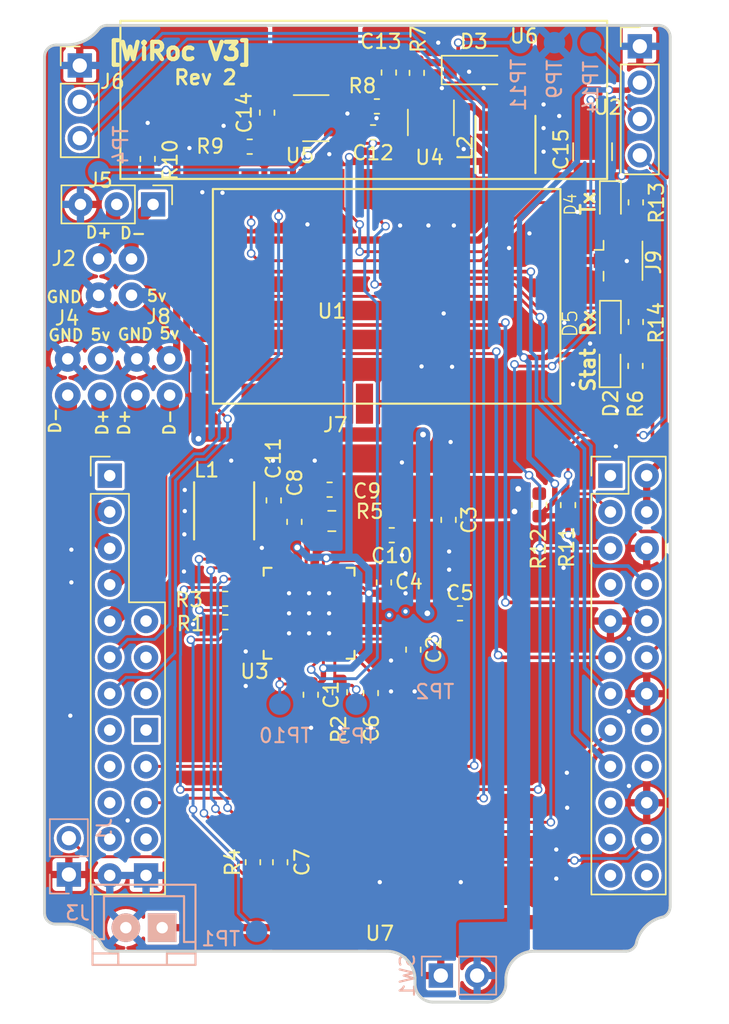
<source format=kicad_pcb>
(kicad_pcb (version 20221018) (generator pcbnew)
  (layers (0 "F.Cu" signal) (31 "B.Cu" signal) (34 "B.Paste" user) (35 "F.Paste" user) (36 "B.SilkS" user "B.Silkscreen") (37 "F.SilkS" user "F.Silkscreen") (38 "B.Mask" user) (39 "F.Mask" user) (44 "Edge.Cuts" user))
  (net 0 "")
  (net 1 "GND")
  (net 2 "IPSOUT")
  (net 3 "Net-(C2-Pad1)")
  (net 4 "BAT")
  (net 5 "VBUS")
  (net 6 "Net-(C6-Pad1)")
  (net 7 "PWRON")
  (net 8 "Net-(C11-Pad2)")
  (net 9 "Net-(C13-Pad1)")
  (net 10 "VDD_5V")
  (net 11 "Net-(D2-Pad1)")
  (net 12 "SYS_3.3V")
  (net 13 "Net-(D3-Pad2)")
  (net 14 "Net-(J1-Pad2)")
  (net 15 "Net-(J2-Pad2)")
  (net 16 "Net-(J2-Pad3)")
  (net 17 "USBHost-DM1")
  (net 18 "USBHost-DP1")
  (net 19 "SDA")
  (net 20 "SCK")
  (net 21 "UART1_TX")
  (net 22 "UART1_RX")
  (net 23 "LORAAUX")
  (net 24 "STATUS_LED")
  (net 25 "LORAEN")
  (net 26 "IRQ")
  (net 27 "N_VBUSEN")
  (net 28 "Net-(L1-Pad1)")
  (net 29 "Net-(R2-Pad2)")
  (net 30 "Net-(R3-Pad2)")
  (net 31 "Net-(R7-Pad1)")
  (net 32 "Net-(R9-Pad2)")
  (net 33 "EXTEN")
  (net 34 "Net-(U3-Pad3)")
  (net 35 "Net-(U3-Pad7)")
  (net 36 "Net-(U3-Pad8)")
  (net 37 "Net-(U3-Pad9)")
  (net 38 "Net-(U3-Pad10)")
  (net 39 "Net-(U3-Pad11)")
  (net 40 "Net-(U3-Pad12)")
  (net 41 "Net-(U3-Pad14)")
  (net 42 "Net-(U3-Pad15)")
  (net 43 "Net-(U3-Pad16)")
  (net 44 "Net-(U3-Pad17)")
  (net 45 "Net-(U3-Pad18)")
  (net 46 "Net-(U3-Pad19)")
  (net 47 "Net-(U3-Pad25)")
  (net 48 "Net-(U3-Pad28)")
  (net 49 "Net-(U3-Pad29)")
  (net 50 "Net-(U3-Pad30)")
  (net 51 "Net-(U3-Pad32)")
  (net 52 "Net-(U3-Pad33)")
  (net 53 "Net-(U3-Pad36)")
  (net 54 "Net-(U3-Pad41)")
  (net 55 "Net-(U4-Pad6)")
  (net 56 "Net-(J6-Pad2)")
  (net 57 "Net-(J6-Pad3)")
  (net 58 "Net-(J7-Pad1)")
  (net 59 "Net-(J7-Pad21)")
  (net 60 "Net-(J7-Pad18)")
  (net 61 "Net-(J7-Pad19)")
  (net 62 "Net-(J7-Pad24)")
  (net 63 "Net-(J7-Pad23)")
  (net 64 "Net-(J7-Pad16)")
  (net 65 "Net-(J7-Pad7)")
  (net 66 "Net-(J7-Pad31)")
  (net 67 "Net-(J7-Pad41)")
  (net 68 "Net-(J7-Pad40)")
  (net 69 "Net-(J7-Pad39)")
  (net 70 "Net-(J7-Pad38)")
  (net 71 "Net-(J7-Pad52)")
  (net 72 "Net-(D4-Pad1)")
  (net 73 "Net-(D4-Pad2)")
  (net 74 "Net-(D5-Pad2)")
  (net 75 "Net-(D5-Pad1)")
  (net 76 "Net-(R13-Pad2)")
  (net 77 "Net-(U1-Pad2)")
  (net 78 "Net-(U1-Pad3)")
  (net 79 "Net-(U1-Pad6)")
  (net 80 "LORARS")
  (net 81 "LORAMO")
  (net 82 "Net-(U1-Pad16)")
  (net 83 "Net-(U1-Pad17)")
  (net 84 "Net-(U1-Pad18)")
  (net 85 "Net-(U1-Pad19)")
  (net 86 "Net-(U1-Pad20)")
  (net 87 "USBHost-DP2")
  (net 88 "USBHost-DM2")
  (net 89 "Net-(J9-Pad1)")
  (net 90 "Net-(J3-Pad1)")
  (footprint "TO_SOT_Packages_SMD:SOT-23-6" (layer "F.Cu") (at 76.068086 53.582546 -90)
    (fp_text reference "U4")
    (fp_text value "LP6226_SY7208")
  )
  (footprint "TO_SOT_Packages_SMD:SOT-23-5" (layer "F.Cu") (at 68.0212 53.2812)
    (fp_text reference "U5")
    (fp_text value "SY6280")
  )
  (footprint "Measurement_Points:Measurement_Point_Round-SMD-Pad_Small" (layer "F.Cu") (at 52.832 57.023)
    (fp_text reference "TP4")
    (fp_text value "TEST")
  )
  (footprint "Measurement_Points:Measurement_Point_Round-SMD-Pad_Small" (layer "F.Cu") (at 82.296 48.006)
    (fp_text reference "TP11")
    (fp_text value "TEST")
  )
  (footprint "WiRoc:VIA-0.6mm" (layer "F.Cu") (at 58.8544 79.2674)
    (fp_text reference "REF**" hide)
    (fp_text value "VIA-0.6mm" hide)
  )
  (footprint "WiRoc:VIA-0.6mm" (layer "F.Cu") (at 58.8544 80.7406)
    (fp_text reference "REF**" hide)
    (fp_text value "VIA-0.6mm" hide)
  )
  (footprint "WiRoc:VIA-0.6mm" (layer "F.Cu") (at 58.829 82.3662)
    (fp_text reference "REF**" hide)
    (fp_text value "VIA-0.6mm" hide)
  )
  (footprint "WiRoc:VIA-0.6mm" (layer "F.Cu") (at 83.947 53.975 -90)
    (fp_text reference "REF**" hide)
    (fp_text value "VIA-0.6mm" hide)
  )
  (footprint "WiRoc:VIA-0.6mm" (layer "F.Cu") (at 83.947 52.324 -90)
    (fp_text reference "REF**" hide)
    (fp_text value "VIA-0.6mm" hide)
  )
  (footprint "WiRoc:VIA-0.6mm" (layer "F.Cu") (at 76.835 51.181 -90)
    (fp_text reference "REF**" hide)
    (fp_text value "VIA-0.6mm" hide)
  )
  (footprint "WiRoc:VIA-0.6mm" (layer "F.Cu") (at 76.581 48.006 -90)
    (fp_text reference "REF**" hide)
    (fp_text value "VIA-0.6mm" hide)
  )
  (footprint "WiRoc:VIA-0.6mm" (layer "F.Cu") (at 72.2656 53.2832 -90)
    (fp_text reference "REF**" hide)
    (fp_text value "VIA-0.6mm" hide)
  )
  (footprint "WiRoc:VIA-0.6mm" (layer "F.Cu") (at 70.231 52.959 -90)
    (fp_text reference "REF**" hide)
    (fp_text value "VIA-0.6mm" hide)
  )
  (footprint "WiRoc:Inductor_SLW4018" (layer "F.Cu") (at 81.28 55.118 90)
    (fp_text reference "L2")
    (fp_text value "2.2uH-DCR<0.1R-1.5A")
  )
  (footprint "Capacitor_SMD:C_0603_1608Metric" (layer "F.Cu") (at 65.532 105.283 90)
    (fp_text reference "C7")
    (fp_text value "100pF")
  )
  (footprint "Capacitor_SMD:C_0603_1608Metric" (layer "F.Cu") (at 72.02602 54.27426 180)
    (fp_text reference "C12")
    (fp_text value "10uF")
  )
  (footprint "Capacitor_SMD:C_0603_1608Metric" (layer "F.Cu") (at 73.1266 50.0935 -90)
    (fp_text reference "C13")
    (fp_text value "10uF")
  )
  (footprint "Capacitor_SMD:C_0603_1608Metric" (layer "F.Cu") (at 64.6175 52.898828 -90)
    (fp_text reference "C14")
    (fp_text value "10uF")
  )
  (footprint "Diode_SMD:D_SOD-123" (layer "F.Cu") (at 79.07452 49.91816)
    (fp_text reference "D3")
    (fp_text value "IN5819")
  )
  (footprint "Resistor_SMD:R_0603_1608Metric" (layer "F.Cu") (at 75.0824 50.1189 90)
    (fp_text reference "R7")
    (fp_text value "200K-1%")
  )
  (footprint "Resistor_SMD:R_0603_1608Metric" (layer "F.Cu") (at 72.29272 52.45816)
    (fp_text reference "R8")
    (fp_text value "24K-1%")
  )
  (footprint "Resistor_SMD:R_0603_1608Metric" (layer "F.Cu") (at 63.3984 55.2751)
    (fp_text reference "R9")
    (fp_text value "3.6K-1%")
  )
  (footprint "Resistor_SMD:R_0603_1608Metric" (layer "F.Cu") (at 56.261 56.134 -90)
    (fp_text reference "R10")
    (fp_text value "100K-1%")
  )
  (footprint "Resistor_SMD:R_0603_1608Metric" (layer "F.Cu") (at 85.65896 80.32242 -90)
    (fp_text reference "R11")
    (fp_text value "10K")
  )
  (footprint "Resistor_SMD:R_0603_1608Metric" (layer "F.Cu") (at 83.64728 80.30972 -90)
    (fp_text reference "R12")
    (fp_text value "10K")
  )
  (footprint "Diode_SMD:D_0603_1608Metric" (layer "F.Cu") (at 88.5952 70.5993 90)
    (fp_text reference "D2")
    (fp_text value "LED")
  )
  (footprint "Resistor_SMD:R_0603_1608Metric" (layer "F.Cu") (at 90.3732 70.5993 90)
    (fp_text reference "R6")
    (fp_text value "1K")
  )
  (footprint "Resistor_SMD:R_0603_1608Metric" (layer "F.Cu") (at 90.3986 67.5259 90)
    (fp_text reference "R14")
    (fp_text value "1K")
  )
  (footprint "WiRoc:Pin_Header_Straight_1x03_Pitch2.54mm" (layer "F.Cu") (at 56.642 59.309 -90)
    (fp_text reference "J5")
    (fp_text value "Conn_01x03")
  )
  (footprint "Resistor_SMD:R_0603_1608Metric" (layer "F.Cu") (at 90.3986 59.1693 90)
    (fp_text reference "R13")
    (fp_text value "1K")
  )
  (footprint "Diode_SMD:D_0603_1608Metric" (layer "F.Cu") (at 88.6206 67.5259 -90)
    (fp_text reference "D5")
    (fp_text value "LED")
  )
  (footprint "WiRoc:VIA-0.6mm" (layer "F.Cu") (at 86.007 71.876)
    (fp_text reference "REF**" hide)
    (fp_text value "VIA-0.6mm" hide)
  )
  (footprint "WiRoc:VIA-0.6mm" (layer "F.Cu") (at 89.0804 73.7302)
    (fp_text reference "REF**" hide)
    (fp_text value "VIA-0.6mm" hide)
  )
  (footprint "WiRoc:VIA-0.6mm" (layer "F.Cu") (at 86.3118 59.8364)
    (fp_text reference "REF**" hide)
    (fp_text value "VIA-0.6mm" hide)
  )
  (footprint "WiRoc:VIA-0.6mm" (layer "F.Cu") (at 89.7662 63.2654)
    (fp_text reference "REF**" hide)
    (fp_text value "VIA-0.6mm" hide)
  )
  (footprint "WiRoc:VIA-0.6mm" (layer "F.Cu") (at 89.0042 76.2194)
    (fp_text reference "REF**" hide)
    (fp_text value "VIA-0.6mm" hide)
  )
  (footprint "WiRoc:USBConnPads2" (layer "F.Cu") (at 50.673 70.104)
    (fp_text reference "J4")
    (fp_text value "USB_Host_Data_02x02")
  )
  (footprint "Capacitor_SMD:C_0603_1608Metric" (layer "F.Cu") (at 68.98564 79.248 180)
    (fp_text reference "C9")
    (fp_text value "1uF")
  )
  (footprint "WiRoc:VIA-0.6mm" (layer "F.Cu") (at 75.4152 70.6314)
    (fp_text reference "REF**" hide)
    (fp_text value "VIA-0.6mm" hide)
  )
  (footprint "WiRoc:VIA-0.6mm" (layer "F.Cu") (at 77.5488 70.6568)
    (fp_text reference "REF**" hide)
    (fp_text value "VIA-0.6mm" hide)
  )
  (footprint "WiRoc:VIA-0.6mm" (layer "F.Cu") (at 77.4472 75.9146)
    (fp_text reference "REF**" hide)
    (fp_text value "VIA-0.6mm" hide)
  )
  (footprint "WiRoc:VIA-0.6mm" (layer "F.Cu") (at 78.1584 106.674)
    (fp_text reference "REF**" hide)
    (fp_text value "VIA-0.6mm" hide)
  )
  (footprint "WiRoc:VIA-0.6mm" (layer "F.Cu") (at 72.4942 106.674)
    (fp_text reference "REF**" hide)
    (fp_text value "VIA-0.6mm" hide)
  )
  (footprint "WiRoc:VIA-0.6mm" (layer "F.Cu") (at 50.8534 95.0408)
    (fp_text reference "REF**" hide)
    (fp_text value "VIA-0.6mm" hide)
  )
  (footprint "WiRoc:VIA-0.6mm" (layer "F.Cu") (at 87.2008 69.0312)
    (fp_text reference "REF**" hide)
    (fp_text value "VIA-0.6mm" hide)
  )
  (footprint "WiRoc:VIA-0.6mm" (layer "F.Cu") (at 68.9636 55.7978 -90)
    (fp_text reference "REF**" hide)
    (fp_text value "VIA-0.6mm" hide)
  )
  (footprint "WiRoc:VIA-0.6mm" (layer "F.Cu") (at 61.5722 53.8166 -90)
    (fp_text reference "REF**" hide)
    (fp_text value "VIA-0.6mm" hide)
  )
  (footprint "WiRoc:VIA-0.6mm" (layer "F.Cu") (at 56.2636 53.6134 -90)
    (fp_text reference "REF**" hide)
    (fp_text value "VIA-0.6mm" hide)
  )
  (footprint "Diode_SMD:D_0603_1608Metric" (layer "F.Cu") (at 88.6206 59.1693 -90)
    (fp_text reference "D4")
    (fp_text value "LED")
  )
  (footprint "WiRoc:VIA-0.6mm" (layer "F.Cu") (at 82.959 61.335)
    (fp_text reference "REF**" hide)
    (fp_text value "VIA-0.6mm" hide)
  )
  (footprint "Capacitor_SMD:C_1210_3225Metric" (layer "F.Cu") (at 87.376 55.626 -90)
    (fp_text reference "C15")
    (fp_text value "47uF")
  )
  (footprint "Connector_Coaxial:U.FL_Hirose_U.FL-R-SMT-1_Vertical" (layer "F.Cu") (at 89.027 63.246)
    (fp_text reference "J9")
    (fp_text value "Conn_Coaxial")
  )
  (footprint "Resistor_SMD:R_0603_1608Metric" (layer "F.Cu") (at 63.627 105.283 90)
    (fp_text reference "R4")
    (fp_text value "1K")
  )
  (footprint "Capacitor_SMD:C_0603_1608Metric" (layer "F.Cu") (at 71.866 93.46 -90)
    (fp_text reference "C6")
    (fp_text value "1uF")
  )
  (footprint "WiRoc:VIA-0.6mm" (layer "F.Cu") (at 77.343 83.566)
    (fp_text reference "REF**" hide)
    (fp_text value "VIA-0.6mm" hide)
  )
  (footprint "Resistor_SMD:R_0603_1608Metric" (layer "F.Cu") (at 61.6863 86.8701)
    (fp_text reference "R3")
    (fp_text value "200K-1%")
  )
  (footprint "WiRoc:VIA-0.6mm" (layer "F.Cu") (at 74.041 77.343)
    (fp_text reference "REF**" hide)
    (fp_text value "VIA-0.6mm" hide)
  )
  (footprint "WiRoc:VIA-0.6mm" (layer "F.Cu") (at 77.343 86.233)
    (fp_text reference "REF**" hide)
    (fp_text value "VIA-0.6mm" hide)
  )
  (footprint "WiRoc:VIA-0.6mm" (layer "F.Cu") (at 74.295 86.487)
    (fp_text reference "REF**" hide)
    (fp_text value "VIA-0.6mm" hide)
  )
  (footprint "WiRoc:VIA-0.6mm" (layer "F.Cu") (at 64.246 83.312)
    (fp_text reference "REF**" hide)
    (fp_text value "VIA-0.6mm" hide)
  )
  (footprint "WiRoc:VIA-0.6mm" (layer "F.Cu") (at 74.93 93.345)
    (fp_text reference "REF**" hide)
    (fp_text value "VIA-0.6mm" hide)
  )
  (footprint "WiRoc:VIA-0.6mm" (layer "F.Cu") (at 73.279 93.345)
    (fp_text reference "REF**" hide)
    (fp_text value "VIA-0.6mm" hide)
  )
  (footprint "WiRoc:qfn48_6x6mm_Pitch0.4mm" (layer "F.Cu") (at 67.5498 87.8836)
    (fp_text reference "U3")
    (fp_text value "AXP209")
  )
  (footprint "Capacitor_SMD:C_0603_1608Metric" (layer "F.Cu") (at 65.07912 79.99476 90)
    (fp_text reference "C11")
    (fp_text value "4.7uF")
  )
  (footprint "Capacitor_SMD:C_0603_1608Metric" (layer "F.Cu") (at 73.3315 82.4263 180)
    (fp_text reference "C10")
    (fp_text value "4.7uF")
  )
  (footprint "WiRoc:VIA-0.6mm" (layer "F.Cu") (at 77.343 84.836)
    (fp_text reference "REF**" hide)
    (fp_text value "VIA-0.6mm" hide)
  )
  (footprint "Resistor_SMD:R_0603_1608Metric" (layer "F.Cu") (at 69.6993 93.3991 90)
    (fp_text reference "R2")
    (fp_text value "200K-1%")
  )
  (footprint "Resistor_SMD:R_0603_1608Metric" (layer "F.Cu") (at 61.6983 88.5096)
    (fp_text reference "R1")
    (fp_text value "100K-1%")
  )
  (footprint "Resistor_SMD:R_0805_2012Metric" (layer "F.Cu") (at 69.14058 81.43494)
    (fp_text reference "R5")
    (fp_text value "0R03")
  )
  (footprint "Capacitor_SMD:C_0603_1608Metric" (layer "F.Cu") (at 78.105 87.884)
    (fp_text reference "C5")
    (fp_text value "10uF")
  )
  (footprint "Capacitor_SMD:C_0603_1608Metric" (layer "F.Cu") (at 72.7854 85.7283 90)
    (fp_text reference "C4")
    (fp_text value "10uF")
  )
  (footprint "WiRoc:VIA-0.6mm" (layer "F.Cu") (at 74.041 83.82)
    (fp_text reference "REF**" hide)
    (fp_text value "VIA-0.6mm" hide)
  )
  (footprint "Capacitor_SMD:C_0603_1608Metric" (layer "F.Cu") (at 66.52438 81.4959 -90)
    (fp_text reference "C8")
    (fp_text value "4.7uF")
  )
  (footprint "WiRoc:Inductor_SLW4018" (layer "F.Cu") (at 61.6094 80.7245 90)
    (fp_text reference "L1")
    (fp_text value "2.2uH-DCR<0.1R-1.5A")
  )
  (footprint "WiRoc:VIA-0.6mm" (layer "F.Cu") (at 74.295 85.09)
    (fp_text reference "REF**" hide)
    (fp_text value "VIA-0.6mm" hide)
  )
  (footprint "Measurement_Points:Measurement_Point_Round-SMD-Pad_Small" (layer "F.Cu") (at 65.504 94.234)
    (fp_text reference "TP10")
    (fp_text value "TEST")
  )
  (footprint "Measurement_Points:Measurement_Point_Round-SMD-Pad_Small" (layer "F.Cu") (at 70.85 94.234)
    (fp_text reference "TP3")
    (fp_text value "TEST")
  )
  (footprint "Measurement_Points:Measurement_Point_Round-SMD-Pad_Small" (layer "F.Cu") (at 76.334 91.17)
    (fp_text reference "TP2")
    (fp_text value "TEST")
  )
  (footprint "WiRoc:VIA-0.6mm" (layer "F.Cu") (at 73.152 88.011)
    (fp_text reference "REF**" hide)
    (fp_text value "VIA-0.6mm" hide)
  )
  (footprint "WiRoc:VIA-0.6mm" (layer "F.Cu") (at 85.5752 99.0286)
    (fp_text reference "REF**" hide)
    (fp_text value "VIA-0.6mm" hide)
  )
  (footprint "Capacitor_SMD:C_0603_1608Metric" (layer "F.Cu") (at 67.6673 93.5776 -90)
    (fp_text reference "C1")
    (fp_text value "4.7uF")
  )
  (footprint "Capacitor_SMD:C_0603_1608Metric" (layer "F.Cu") (at 74.8428 90.4266 -90)
    (fp_text reference "C2")
    (fp_text value "1uF")
  )
  (footprint "Capacitor_SMD:C_0603_1608Metric" (layer "F.Cu") (at 77.3016 81.3562 -90)
    (fp_text reference "C3")
    (fp_text value "4.7uF")
  )
  (footprint "WiRoc:VIA-0.6mm" (layer "F.Cu") (at 60.0837 58.4581 -90)
    (fp_text reference "REF**" hide)
    (fp_text value "VIA-0.6mm" hide)
  )
  (footprint "WiRoc:VIA-0.6mm" (layer "F.Cu") (at 61.4934 58.4962 -90)
    (fp_text reference "REF**" hide)
    (fp_text value "VIA-0.6mm" hide)
  )
  (footprint "WiRoc:VIA-0.6mm" (layer "F.Cu") (at 89.916 89.662)
    (fp_text reference "REF**" hide)
    (fp_text value "VIA-0.6mm" hide)
  )
  (footprint "WiRoc:VIA-0.6mm" (layer "F.Cu") (at 76.962 66.929)
    (fp_text reference "REF**" hide)
    (fp_text value "VIA-0.6mm" hide)
  )
  (footprint "WiRoc:VIA-0.6mm" (layer "F.Cu") (at 81.534 62.357)
    (fp_text reference "REF**" hide)
    (fp_text value "VIA-0.6mm" hide)
  )
  (footprint "WiRoc:VIA-0.6mm" (layer "F.Cu") (at 85.3974 67.5834)
    (fp_text reference "REF**" hide)
    (fp_text value "VIA-0.6mm" hide)
  )
  (footprint "WiRoc:VIA-0.6mm" (layer "F.Cu") (at 85.344 84.709)
    (fp_text reference "REF**" hide)
    (fp_text value "VIA-0.6mm" hide)
  )
  (footprint "WiRoc:USBConnPads3" (layer "F.Cu") (at 55.499 70.104)
    (fp_text reference "J8")
    (fp_text value "USB_Host_Data_02x02")
  )
  (footprint "WiRoc:DRF1268DS" (layer "F.Cu") (at 72.9742 65.7352 -90)
    (fp_text reference "U1")
    (fp_text value "DRF1268DS")
  )
  (footprint "WiRoc:CONN_OLED_TWI-Socket_Strip_Straight_1x04_Pitch2.54mm" (layer "F.Cu") (at 90.678 48.26)
    (fp_text reference "U2")
    (fp_text value "OLED")
  )
  (footprint "WiRoc:USBConnPads4" (layer "F.Cu") (at 52.832 63.119)
    (fp_text reference "J2")
    (fp_text value "USB_Power_02x02")
  )
  (footprint "WiRoc:VIA-0.6mm" (layer "F.Cu") (at 74.295 87.757)
    (fp_text reference "REF**" hide)
    (fp_text value "VIA-0.6mm" hide)
  )
  (footprint "Measurement_Points:Measurement_Point_Round-SMD-Pad_Small" (layer "F.Cu") (at 63.881 110.109)
    (fp_text reference "TP1")
    (fp_text value "TEST")
  )
  (footprint "WiRoc:VIA-0.6mm" (layer "F.Cu") (at 84.836 106.426)
    (fp_text reference "REF**" hide)
    (fp_text value "VIA-0.6mm" hide)
  )
  (footprint "WiRoc:VIA-0.6mm" (layer "F.Cu") (at 84.836 104.394)
    (fp_text reference "REF**" hide)
    (fp_text value "VIA-0.6mm" hide)
  )
  (footprint "WiRoc:VIA-0.6mm" (layer "F.Cu") (at 85.598 101.473)
    (fp_text reference "REF**" hide)
    (fp_text value "VIA-0.6mm" hide)
  )
  (footprint "WiRoc:VIA-0.6mm" (layer "F.Cu") (at 89.916 94.742)
    (fp_text reference "REF**" hide)
    (fp_text value "VIA-0.6mm" hide)
  )
  (footprint "WiRoc:VIA-0.6mm" (layer "F.Cu") (at 89.916 99.949)
    (fp_text reference "REF**" hide)
    (fp_text value "VIA-0.6mm" hide)
  )
  (footprint "WiRoc:VIA-0.6mm" (layer "F.Cu") (at 54.864 102.362)
    (fp_text reference "REF**" hide)
    (fp_text value "VIA-0.6mm" hide)
  )
  (footprint "WiRoc:VIA-0.6mm" (layer "F.Cu") (at 50.927 83.439)
    (fp_text reference "REF**" hide)
    (fp_text value "VIA-0.6mm" hide)
  )
  (footprint "WiRoc:VIA-0.6mm" (layer "F.Cu") (at 50.927 85.725)
    (fp_text reference "REF**" hide)
    (fp_text value "VIA-0.6mm" hide)
  )
  (footprint "WiRoc:VIA-0.6mm" (layer "F.Cu") (at 63.119 90.551)
    (fp_text reference "REF**" hide)
    (fp_text value "VIA-0.6mm" hide)
  )
  (footprint "WiRoc:VIA-0.6mm" (layer "F.Cu") (at 63.119 92.964)
    (fp_text reference "REF**" hide)
    (fp_text value "VIA-0.6mm" hide)
  )
  (footprint "WiRoc:VIA-0.6mm" (layer "F.Cu") (at 67.691 95.885)
    (fp_text reference "REF**" hide)
    (fp_text value "VIA-0.6mm" hide)
  )
  (footprint "WiRoc:VIA-0.6mm" (layer "F.Cu") (at 69.723 95.885)
    (fp_text reference "REF**" hide)
    (fp_text value "VIA-0.6mm" hide)
  )
  (footprint "WiRoc:VIA-0.6mm" (layer "F.Cu") (at 71.882 95.885)
    (fp_text reference "REF**" hide)
    (fp_text value "VIA-0.6mm" hide)
  )
  (footprint "WiRoc:VIA-0.6mm" (layer "F.Cu") (at 73.279 91.186)
    (fp_text reference "REF**" hide)
    (fp_text value "VIA-0.6mm" hide)
  )
  (footprint "WiRoc:VIA-0.6mm" (layer "F.Cu") (at 65.024 77.216)
    (fp_text reference "REF**" hide)
    (fp_text value "VIA-0.6mm" hide)
  )
  (footprint "WiRoc:VIA-0.6mm" (layer "F.Cu") (at 67.945 77.216)
    (fp_text reference "REF**" hide)
    (fp_text value "VIA-0.6mm" hide)
  )
  (footprint "WiRoc:VIA-0.6mm" (layer "F.Cu") (at 62.103 77.216)
    (fp_text reference "REF**" hide)
    (fp_text value "VIA-0.6mm" hide)
  )
  (footprint "WiRoc:VIA-0.6mm" (layer "F.Cu") (at 58.801 84.963)
    (fp_text reference "REF**" hide)
    (fp_text value "VIA-0.6mm" hide)
  )
  (footprint "WiRoc:VIA-0.6mm" (layer "F.Cu") (at 59.436 88.646)
    (fp_text reference "REF**" hide)
    (fp_text value "VIA-0.6mm" hide)
  )
  (footprint "WiRoc:VIA-0.6mm" (layer "F.Cu") (at 78.3616 55.4422 -90)
    (fp_text reference "REF**" hide)
    (fp_text value "VIA-0.6mm" hide)
  )
  (footprint "WiRoc:VIA-0.6mm" (layer "F.Cu") (at 79.756 51.181 -90)
    (fp_text reference "REF**" hide)
    (fp_text value "VIA-0.6mm" hide)
  )
  (footprint "WiRoc:VIA-0.6mm" (layer "F.Cu") (at 85.0418 53.1308 -90)
    (fp_text reference "REF**" hide)
    (fp_text value "VIA-0.6mm" hide)
  )
  (footprint "WiRoc:BatteryPad" (layer "F.Cu") (at 67.98 48.768 90)
    (fp_text reference "U6")
    (fp_text value "BatteryPadM")
  )
  (footprint "WiRoc:BatteryPad" (layer "F.Cu") (at 67.98 109.474 90)
    (fp_text reference "U7")
    (fp_text value "BatteryPadP")
  )
  (footprint "WiRoc:VIA-0.6mm" (layer "F.Cu") (at 59.182 55.372 -90)
    (fp_text reference "REF**" hide)
    (fp_text value "VIA-0.6mm" hide)
  )
  (footprint "WiRoc:VIA-0.6mm" (layer "F.Cu") (at 78.74 50.038 -90)
    (fp_text reference "REF**" hide)
    (fp_text value "VIA-0.6mm" hide)
  )
  (footprint "WiRoc:NanoPiNeoAirAllPins" (layer "F.Cu") (at 72.39 92.24)
    (fp_text reference "J7")
    (fp_text value "NanoPIAir")
  )
  (footprint "WiRoc:VIA-0.6mm" (layer "F.Cu") (at 67.437 60.706)
    (fp_text reference "REF**" hide)
    (fp_text value "VIA-0.6mm" hide)
  )
  (footprint "WiRoc:VIA-0.6mm" (layer "F.Cu") (at 73.914 60.7822)
    (fp_text reference "REF**" hide)
    (fp_text value "VIA-0.6mm" hide)
  )
  (footprint "WiRoc:VIA-0.6mm" (layer "F.Cu") (at 75.8952 60.7822)
    (fp_text reference "REF**" hide)
    (fp_text value "VIA-0.6mm" hide)
  )
  (footprint "WiRoc:VIA-0.6mm" (layer "F.Cu") (at 77.6732 60.7822)
    (fp_text reference "REF**" hide)
    (fp_text value "VIA-0.6mm" hide)
  )
  (footprint "WiRoc:VIA-0.6mm" (layer "F.Cu") (at 83.947 55.626)
    (fp_text reference "REF**" hide)
    (fp_text value "VIA-0.6mm" hide)
  )
  (footprint "Pin_Headers:Pin_Header_Straight_1x03_Pitch2.54mm" (layer "F.Cu") (at 51.5138 49.6002)
    (fp_text reference "J6")
    (fp_text value "HAT_Conn_DBG")
  )
  (footprint "WiRoc:JST_2.56" (layer "B.Cu") (at 56.007 109.855 180)
    (fp_text reference "J3")
    (fp_text value "JST-2PIN")
  )
  (footprint "Measurement_Points:Measurement_Point_Round-SMD-Pad_Small" (layer "B.Cu") (at 84.709 48.006)
    (fp_text reference "TP9")
    (fp_text value "TEST")
  )
  (footprint "Pin_Headers:Pin_Header_Straight_1x02_Pitch2.54mm" (layer "B.Cu") (at 50.7518 106.1406)
    (fp_text reference "J1")
    (fp_text value "Conn_01x02")
  )
  (footprint "Measurement_Points:Measurement_Point_Round-SMD-Pad_Small" (layer "B.Cu") (at 87.249 48.006)
    (fp_text reference "TP14")
    (fp_text value "TEST")
  )
  (footprint "Connector_PinHeader_2.54mm:PinHeader_1x02_P2.54mm_Vertical" (layer "B.Cu") (at 76.7614 113.2018 -90)
    (fp_text reference "SW1")
    (fp_text value "SW_SPST")
  )
  (gr_line (start 92.8 47.611) (end 92.8 108.4012) (stroke (width 0.2)) (layer "Edge.Cuts"))
  (gr_arc (start 72.9768 111.5) (mid 74.37772 112.08028) (end 74.958 113.4812) (stroke (width 0.2)) (layer "Edge.Cuts"))
  (gr_arc (start 81.306985 113.836759) (mid 80.917896 114.701796) (end 80.038 115.056) (stroke (width 0.2)) (layer "Edge.Cuts"))
  (gr_arc (start 92.7932 108.4012) (mid 92.655311 108.83623) (end 92.292 109.1124) (stroke (width 0.2)) (layer "Edge.Cuts"))
  (gr_arc (start 53.8252 111.5) (mid 53.378024 111.395981) (end 53.062893 111.062098) (stroke (width 0.2)) (layer "Edge.Cuts"))
  (gr_line (start 80.038 115.056) (end 76.1772 115.056) (stroke (width 0.2)) (layer "Edge.Cuts"))
  (gr_line (start 72.9768 111.5) (end 53.8252 111.5) (stroke (width 0.2)) (layer "Edge.Cuts"))
  (gr_arc (start 50.6502 109.603) (mid 52.040246 110.013674) (end 53.057691 111.045994) (stroke (width 0.2)) (layer "Edge.Cuts"))
  (gr_line (start 83.2892 111.5) (end 89.7408 111.5) (stroke (width 0.2)) (layer "Edge.Cuts"))
  (gr_arc (start 76.177241 115.054985) (mid 75.312204 114.665896) (end 74.958 113.786) (stroke (width 0.2)) (layer "Edge.Cuts"))
  (gr_arc (start 90.445351 110.888685) (mid 91.112859 109.741992) (end 92.2808 109.1124) (stroke (width 0.2)) (layer "Edge.Cuts"))
  (gr_arc (start 91.9872 46.7982) (mid 92.561936 47.036264) (end 92.8 47.611) (stroke (width 0.2)) (layer "Edge.Cuts"))
  (gr_line (start 50.6502 109.603) (end 49.812 109.603) (stroke (width 0.2)) (layer "Edge.Cuts"))
  (gr_arc (start 81.308 113.4812) (mid 81.88828 112.08028) (end 83.2892 111.5) (stroke (width 0.2)) (layer "Edge.Cuts"))
  (gr_arc (start 52.775334 47.151018) (mid 51.773727 47.902997) (end 50.55 48.1698) (stroke (width 0.2)) (layer "Edge.Cuts"))
  (gr_line (start 53.4188 46.8) (end 91.9872 46.8) (stroke (width 0.2)) (layer "Edge.Cuts"))
  (gr_arc (start 49.812 109.603) (mid 49.273185 109.379815) (end 49.05 108.841) (stroke (width 0.2)) (layer "Edge.Cuts"))
  (gr_line (start 49.05 108.8584) (end 49.05 49.016) (stroke (width 0.2)) (layer "Edge.Cuts"))
  (gr_line (start 50.5406 48.1698) (end 49.8628 48.1698) (stroke (width 0.2)) (layer "Edge.Cuts"))
  (gr_arc (start 49.05 48.9826) (mid 49.288064 48.407864) (end 49.8628 48.1698) (stroke (width 0.2)) (layer "Edge.Cuts"))
  (gr_arc (start 52.777494 47.148653) (mid 53.053392 46.891528) (end 53.4188 46.7982) (stroke (width 0.2)) (layer "Edge.Cuts"))
  (gr_line (start 81.308 113.4812) (end 81.308 113.8368) (stroke (width 0.2)) (layer "Edge.Cuts"))
  (gr_line (start 74.958 113.4812) (end 74.958 113.786) (stroke (width 0.2)) (layer "Edge.Cuts"))
  (gr_arc (start 90.453025 110.890664) (mid 90.188351 111.328504) (end 89.706421 111.50026) (stroke (width 0.2)) (layer "Edge.Cuts"))
  (gr_text "Rev 2" (at 60.3022 50.4384) (layer "F.SilkS") (effects (font (size 1 1) (thickness 0.2))))
  (gr_text "Stat" (at 87.0484 70.8854 90) (layer "F.SilkS") (effects (font (size 1 1) (thickness 0.2))))
  (gr_text "Rx" (at 87.0738 67.6088 90) (layer "F.SilkS") (effects (font (size 1 1) (thickness 0.2))))
  (gr_text "Tx" (at 87.0484 59.2522 90) (layer "F.SilkS") (effects (font (size 1 1) (thickness 0.2))))
  (gr_text "[WiRoc V3]" (at 58.5242 48.6096) (layer "F.SilkS") (effects (font (size 1.2 1.2) (thickness 0.3))))
  (segment (start 69.7498 85.6836) (end 68.9498 86.4836) (width 0.2032) (layer "F.Cu") (net 1))
  (segment (start 69.7498 85.0236) (end 69.7498 85.6836) (width 0.2032) (layer "F.Cu") (net 1))
  (segment (start 70.4498 89.2836) (end 68.9498 89.2836) (width 0.2032) (layer "F.Cu") (net 1))
  (segment (start 68.9498 90.7836) (end 68.9498 89.2836) (width 0.2032) (layer "F.Cu") (net 1))
  (segment (start 66.1498 84.9836) (end 66.1498 86.4836) (width 0.2032) (layer "F.Cu") (net 1))
  (segment (start 69.9459 84.9783) (end 69.9406 84.9836) (width 0.508) (layer "F.Cu") (net 1))
  (segment (start 72.7854 84.9783) (end 69.9459 84.9783) (width 0.508) (layer "F.Cu") (net 1))
  (segment (start 69.7498 84.9836) (end 69.9406 84.9836) (width 0.2032) (layer "F.Cu") (net 1))
  (segment (start 60.0837 58.9947) (end 60.8242 59.7352) (width 0.2032) (layer "F.Cu") (net 1))
  (segment (start 73.14362 50.69976) (end 73.14362 50.85726) (width 0.508) (layer "F.Cu") (net 1))
  (segment (start 71.27602 52.72486) (end 71.54272 52.45816) (width 0.508) (layer "F.Cu") (net 1))
  (segment (start 74.03932 50.82056) (end 73.15632 50.82056) (width 0.508) (layer "F.Cu") (net 1))
  (segment (start 60.0837 58.4581) (end 60.0837 58.9947) (width 0.2032) (layer "F.Cu") (net 1))
  (segment (start 61.4934 59.066) (end 60.8242 59.7352) (width 0.2032) (layer "F.Cu") (net 1))
  (segment (start 73.14362 50.85726) (end 71.54272 52.45816) (width 0.508) (layer "F.Cu") (net 1))
  (segment (start 74.13423 50.72565) (end 74.03932 50.82056) (width 0.508) (layer "F.Cu") (net 1))
  (segment (start 76.068086 52.482546) (end 76.068086 50.317064) (width 0.508) (layer "F.Cu") (net 1))
  (segment (start 65.022628 53.2812) (end 64.6175 53.686328) (width 0.2032) (layer "F.Cu") (net 1))
  (segment (start 61.4934 58.4962) (end 61.4934 59.066) (width 0.2032) (layer "F.Cu") (net 1))
  (segment (start 71.27602 54.27426) (end 71.27602 52.72486) (width 0.508) (layer "F.Cu") (net 1))
  (segment (start 66.9212 53.2812) (end 65.022628 53.2812) (width 0.2032) (layer "F.Cu") (net 1))
  (via (at 68.9498 86.4836) (size 0.4) (drill 0.3) (layers "F.Cu" "B.Cu") (net 1))
  (via (at 67.5498 86.4836) (size 0.4) (drill 0.3) (layers "F.Cu" "B.Cu") (net 1))
  (via (at 66.1498 86.4836) (size 0.4) (drill 0.3) (layers "F.Cu" "B.Cu") (net 1))
  (via (at 66.1498 87.8873) (size 0.4) (drill 0.3) (layers "F.Cu" "B.Cu") (net 1))
  (via (at 66.1498 89.2836) (size 0.4) (drill 0.3) (layers "F.Cu" "B.Cu") (net 1))
  (via (at 68.9498 87.8873) (size 0.4) (drill 0.3) (layers "F.Cu" "B.Cu") (net 1))
  (via (at 68.9498 89.2836) (size 0.4) (drill 0.3) (layers "F.Cu" "B.Cu") (net 1))
  (via (at 67.5498 87.8836) (size 0.4) (drill 0.3) (layers "F.Cu" "B.Cu") (net 1))
  (via (at 67.5498 89.2836) (size 0.4) (drill 0.3) (layers "F.Cu" "B.Cu") (net 1))
  (segment (start 65.5164 92.8276) (end 65.494 92.85) (width 0.2032) (layer "F.Cu") (net 2))
  (segment (start 67.6673 92.8276) (end 65.5164 92.8276) (width 0.2032) (layer "F.Cu") (net 2))
  (segment (start 65.494 92.85) (end 65.494 92.425736) (width 0.2032) (layer "F.Cu") (net 2))
  (segment (start 65.494 92.425736) (end 65.3498 92.281536) (width 0.2032) (layer "F.Cu") (net 2))
  (segment (start 65.3498 92.281536) (end 65.3498 91.3368) (width 0.2032) (layer "F.Cu") (net 2))
  (segment (start 65.3498 91.3368) (end 65.3498 90.7836) (width 0.2032) (layer "F.Cu") (net 2))
  (segment (start 68.5498 84.9836) (end 68.5498 84.232151) (width 0.2032) (layer "F.Cu") (net 2))
  (segment (start 68.5498 84.232151) (end 68.751961 84.02999) (width 0.2032) (layer "F.Cu") (net 2))
  (segment (start 66.946 84.4266) (end 66.9498 84.4304) (width 0.2032) (layer "F.Cu") (net 2))
  (segment (start 66.9498 84.4304) (end 66.9498 84.9836) (width 0.2032) (layer "F.Cu") (net 2))
  (segment (start 66.946 83.457199) (end 66.946 84.4266) (width 0.2032) (layer "F.Cu") (net 2))
  (segment (start 66.9498 83.453399) (end 66.946 83.457199) (width 0.2032) (layer "F.Cu") (net 2))
  (segment (start 66.79616 83.2866) (end 66.79616 82.51768) (width 0.381) (layer "F.Cu") (net 2))
  (segment (start 66.79616 82.51768) (end 66.52438 82.2459) (width 0.381) (layer "F.Cu") (net 2))
  (segment (start 68.5498 90.7436) (end 68.5498 91.7227) (width 0.2032) (layer "F.Cu") (net 2))
  (segment (start 68.5498 92.5233) (end 68.2455 92.8276) (width 0.381) (layer "F.Cu") (net 2))
  (segment (start 68.2455 92.8276) (end 67.6673 92.8276) (width 0.381) (layer "F.Cu") (net 2))
  (segment (start 68.5498 91.7227) (end 68.5498 92.5233) (width 0.381) (layer "F.Cu") (net 2))
  (segment (start 71.3313 86.0836) (end 71.7313 86.4836) (width 0.2032) (layer "F.Cu") (net 2))
  (segment (start 70.4098 86.0836) (end 71.3313 86.0836) (width 0.2032) (layer "F.Cu") (net 2))
  (segment (start 70.4098 86.4836) (end 71.7313 86.4836) (width 0.2032) (layer "F.Cu") (net 2))
  (segment (start 72.7801 86.4836) (end 72.7854 86.4783) (width 0.381) (layer "F.Cu") (net 2))
  (segment (start 71.7313 86.4836) (end 72.7801 86.4836) (width 0.508) (layer "F.Cu") (net 2))
  (segment (start 76.073 53.594) (end 73.49378 53.594) (width 0.508) (layer "F.Cu") (net 2))
  (segment (start 79.98 56.34) (end 81.28 56.34) (width 0.2032) (layer "F.Cu") (net 2))
  (segment (start 76.073 53.594) (end 76.068086 53.598914) (width 0.508) (layer "F.Cu") (net 2))
  (segment (start 81.28 56.34) (end 81.247007 56.307007) (width 0.508) (layer "F.Cu") (net 2))
  (segment (start 72.75322 54.28196) (end 72.77862 54.30736) (width 0.508) (layer "F.Cu") (net 2))
  (segment (start 81.247007 56.307007) (end 70.657999 56.307007) (width 0.508) (layer "F.Cu") (net 2))
  (segment (start 76.068086 53.598914) (end 76.068086 54.682546) (width 0.508) (layer "F.Cu") (net 2))
  (segment (start 77.615262 53.594) (end 80.639262 56.618) (width 0.508) (layer "F.Cu") (net 2))
  (segment (start 76.073 53.594) (end 77.615262 53.594) (width 0.508) (layer "F.Cu") (net 2))
  (segment (start 70.657999 56.307007) (end 70.358 56.007008) (width 0.508) (layer "F.Cu") (net 2))
  (segment (start 80.639262 56.618) (end 81.28 56.618) (width 0.508) (layer "F.Cu") (net 2))
  (segment (start 81.057038 56.34) (end 81.28 56.34) (width 0.508) (layer "F.Cu") (net 2))
  (segment (start 73.49378 53.594) (end 72.81352 54.27426) (width 0.508) (layer "F.Cu") (net 2))
  (via (at 65.494 92.85) (size 0.6) (drill 0.4) (layers "F.Cu" "B.Cu") (net 2))
  (via (at 68.751961 84.02999) (size 0.6) (drill 0.4) (layers "F.Cu" "B.Cu") (net 2))
  (via (at 71.7313 86.4836) (size 0.6) (drill 0.4) (layers "F.Cu" "B.Cu") (net 2))
  (via (at 68.5498 91.7227) (size 0.6) (drill 0.4) (layers "F.Cu" "B.Cu") (net 2))
  (via (at 66.7225 83.2866) (size 0.6) (drill 0.4) (layers "F.Cu" "B.Cu") (net 2))
  (via (at 70.358 56.007008) (size 0.6) (drill 0.4) (layers "F.Cu" "B.Cu") (net 2))
  (segment (start 67.675 84.0105) (end 67.6673 84.0028) (width 0.508) (layer "B.Cu") (net 2))
  (segment (start 71.7313 86.4836) (end 71.7313 85.344) (width 0.508) (layer "B.Cu") (net 2))
  (segment (start 71.7313 85.344) (end 71.7313 84.8774) (width 0.508) (layer "B.Cu") (net 2))
  (segment (start 71.7313 84.8774) (end 70.82122 83.96732) (width 0.508) (layer "B.Cu") (net 2))
  (segment (start 70.82122 83.96732) (end 67.47688 83.96732) (width 0.508) (layer "B.Cu") (net 2))
  (segment (start 71.7313 90.5162) (end 71.7313 86.4836) (width 0.508) (layer "B.Cu") (net 2))
  (segment (start 70.531 91.7165) (end 71.7313 90.5162) (width 0.508) (layer "B.Cu") (net 2))
  (segment (start 68.5498 91.7165) (end 70.531 91.7165) (width 0.508) (layer "B.Cu") (net 2))
  (segment (start 65.494 94.37) (end 65.504 94.38) (width 0.2032) (layer "B.Cu") (net 2))
  (segment (start 65.494 92.85) (end 65.494 94.37) (width 0.2032) (layer "B.Cu") (net 2))
  (segment (start 67.47688 83.96732) (end 66.79616 83.2866) (width 0.508) (layer "B.Cu") (net 2))
  (segment (start 68.5436 91.7165) (end 68.5498 91.7165) (width 0.381) (layer "B.Cu") (net 2))
  (segment (start 68.5498 91.7227) (end 68.5436 91.7165) (width 0.381) (layer "B.Cu") (net 2))
  (segment (start 70.358 56.431264) (end 70.358 56.007) (width 0.508) (layer "B.Cu") (net 2))
  (segment (start 70.342 56.447264) (end 70.358 56.431264) (width 0.508) (layer "B.Cu") (net 2))
  (segment (start 70.342 83.947) (end 70.342 56.447264) (width 0.508) (layer "B.Cu") (net 2))
  (segment (start 70.4098 89.6836) (end 74.8358 89.6836) (width 0.2032) (layer "F.Cu") (net 3))
  (segment (start 74.8428 89.6766) (end 76.3106 89.6766) (width 0.2032) (layer "F.Cu") (net 3))
  (via (at 76.334 89.7) (size 0.6) (drill 0.4) (layers "F.Cu" "B.Cu") (net 3))
  (segment (start 76.334 89.7) (end 76.334 89.7) (width 0.2032) (layer "B.Cu") (net 3))
  (segment (start 76.334 89.7) (end 76.334 91.17) (width 0.2032) (layer "B.Cu") (net 3))
  (segment (start 68.9498 84.7336) (end 69.344063 84.339337) (width 0.2032) (layer "F.Cu") (net 4))
  (segment (start 68.9498 84.9836) (end 68.9498 84.7336) (width 0.2032) (layer "F.Cu") (net 4))
  (segment (start 69.344063 83.74578) (end 68.981401 83.38312) (width 0.2032) (layer "F.Cu") (net 4))
  (segment (start 69.344063 84.339337) (end 69.344063 83.74578) (width 0.2032) (layer "F.Cu") (net 4))
  (segment (start 68.981401 83.38312) (end 68.560948 83.38312) (width 0.2032) (layer "F.Cu") (net 4))
  (segment (start 68.129671 84.1939) (end 67.7498 84.57377) (width 0.2032) (layer "F.Cu") (net 4))
  (segment (start 68.129671 83.814397) (end 68.129671 84.1939) (width 0.2032) (layer "F.Cu") (net 4))
  (segment (start 68.560948 83.38312) (end 68.129671 83.814397) (width 0.2032) (layer "F.Cu") (net 4))
  (segment (start 67.7498 84.57377) (end 67.7498 84.9836) (width 0.2032) (layer "F.Cu") (net 4))
  (segment (start 67.75374 84.97966) (end 67.7498 84.9836) (width 0.2032) (layer "F.Cu") (net 4))
  (segment (start 69.3498 85.0236) (end 68.9498 85.0236) (width 0.2032) (layer "F.Cu") (net 4))
  (segment (start 69.3498 84.4304) (end 69.3498 84.9836) (width 0.2032) (layer "F.Cu") (net 4))
  (segment (start 69.3498 84.325) (end 69.3498 84.4304) (width 0.2032) (layer "F.Cu") (net 4))
  (via (at 81.915 80.772) (size 0.6) (drill 0.4) (layers "F.Cu" "B.Cu") (net 4))
  (via (at 82.178143 79.192823) (size 0.6) (drill 0.4) (layers "F.Cu" "B.Cu") (net 4))
  (segment (start 70.4498 87.6836) (end 73.5706 87.6836) (width 0.2032) (layer "F.Cu") (net 5))
  (segment (start 73.5706 87.6836) (end 73.771 87.884) (width 0.2032) (layer "F.Cu") (net 5))
  (segment (start 75.519001 75.392001) (end 75.519001 75.392001) (width 1) (layer "F.Cu") (net 5))
  (segment (start 59.817 75.692) (end 60.116999 75.392001) (width 1) (layer "F.Cu") (net 5))
  (segment (start 60.116999 75.392001) (end 75.519001 75.392001) (width 1) (layer "F.Cu") (net 5))
  (via (at 59.817 75.692) (size 0.6) (drill 0.4) (layers "F.Cu" "B.Cu") (net 5))
  (via (at 75.519001 75.392001) (size 0.6) (drill 0.4) (layers "F.Cu" "B.Cu") (net 5))
  (via (at 75.819 87.884) (size 0.6) (drill 0.4) (layers "F.Cu" "B.Cu") (net 5))
  (segment (start 55.132 65.659) (end 56.134 65.659) (width 1) (layer "B.Cu") (net 5))
  (segment (start 59.817 69.342) (end 59.817 75.692) (width 1) (layer "B.Cu") (net 5))
  (segment (start 75.519001 75.392001) (end 75.519001 87.584001) (width 1) (layer "B.Cu") (net 5))
  (segment (start 75.519001 87.584001) (end 75.819 87.884) (width 1) (layer "B.Cu") (net 5))
  (segment (start 56.134 65.659) (end 59.817 69.342) (width 1) (layer "B.Cu") (net 5))
  (segment (start 71.866 92.1068) (end 71.866 92.71) (width 0.2032) (layer "F.Cu") (net 6))
  (segment (start 71.866 92.015273) (end 71.866 92.1068) (width 0.2032) (layer "F.Cu") (net 6))
  (segment (start 70.594327 90.7436) (end 71.866 92.015273) (width 0.2032) (layer "F.Cu") (net 6))
  (segment (start 69.779601 90.7436) (end 70.594327 90.7436) (width 0.2032) (layer "F.Cu") (net 6))
  (segment (start 63.678 87.2836) (end 64.6498 87.2836) (width 0.2032) (layer "F.Cu") (net 7))
  (segment (start 65.7498 85.0236) (end 65.7498 84.5336) (width 0.2032) (layer "F.Cu") (net 7))
  (segment (start 65.7498 84.5336) (end 65.3156 84.0994) (width 0.2032) (layer "F.Cu") (net 7))
  (segment (start 65.3156 84.0994) (end 61.99811 84.0994) (width 0.2032) (layer "F.Cu") (net 7))
  (segment (start 61.99811 84.0994) (end 59.8518 84.0994) (width 0.2032) (layer "F.Cu") (net 7))
  (segment (start 60.029601 87.680801) (end 63.2808 87.6808) (width 0.2032) (layer "F.Cu") (net 7))
  (segment (start 63.2808 87.6808) (end 63.678 87.2836) (width 0.2032) (layer "F.Cu") (net 7))
  (segment (start 63.627 104.4955) (end 65.532 104.4955) (width 0.2032) (layer "F.Cu") (net 7))
  (segment (start 62.839496 104.4955) (end 63.627 104.4955) (width 0.2032) (layer "F.Cu") (net 7))
  (segment (start 60.198 101.854004) (end 62.839496 104.4955) (width 0.2032) (layer "F.Cu") (net 7))
  (via (at 59.8518 84.0994) (size 0.6) (drill 0.4) (layers "F.Cu" "B.Cu") (net 7))
  (via (at 59.8772 87.6554) (size 0.6) (drill 0.4) (layers "F.Cu" "B.Cu") (net 7))
  (via (at 60.198 101.854004) (size 0.6) (drill 0.4) (layers "F.Cu" "B.Cu") (net 7))
  (segment (start 59.8518 87.63) (end 59.8772 87.6554) (width 0.2032) (layer "B.Cu") (net 7))
  (segment (start 59.8518 84.0994) (end 59.8518 87.63) (width 0.2032) (layer "B.Cu") (net 7))
  (segment (start 60.198 87.9762) (end 60.198 101.42974) (width 0.2032) (layer "B.Cu") (net 7))
  (segment (start 60.198 101.42974) (end 60.198 101.854004) (width 0.2032) (layer "B.Cu") (net 7))
  (segment (start 59.8772 87.6554) (end 60.198 87.9762) (width 0.2032) (layer "B.Cu") (net 7))
  (segment (start 68.17792 79.23784) (end 62.90488 79.23784) (width 1) (layer "F.Cu") (net 8))
  (segment (start 77.42452 49.91816) (end 77.42452 49.76816) (width 0.508) (layer "F.Cu") (net 9))
  (segment (start 70.432199 51.225201) (end 69.3262 52.3312) (width 0.508) (layer "F.Cu") (net 9))
  (segment (start 77.05936 49.403) (end 72.263 49.403) (width 0.508) (layer "F.Cu") (net 9))
  (segment (start 77.42452 49.76816) (end 77.05936 49.403) (width 0.508) (layer "F.Cu") (net 9))
  (segment (start 77.978 49.36468) (end 77.42452 49.91816) (width 0.254) (layer "F.Cu") (net 9))
  (segment (start 71.345761 51.225201) (end 70.432199 51.225201) (width 0.508) (layer "F.Cu") (net 9))
  (segment (start 69.3348 52.3312) (end 69.1212 52.3312) (width 0.508) (layer "F.Cu") (net 9))
  (segment (start 69.3262 52.3312) (end 69.1212 52.3312) (width 0.508) (layer "F.Cu") (net 9))
  (segment (start 77.978 48.006) (end 77.978 49.36468) (width 0.254) (layer "F.Cu") (net 9))
  (segment (start 72.263 49.403) (end 72.263 50.307962) (width 0.508) (layer "F.Cu") (net 9))
  (segment (start 72.263 50.307962) (end 71.345761 51.225201) (width 0.508) (layer "F.Cu") (net 9))
  (via (at 77.978 48.006) (size 0.6) (drill 0.4) (layers "F.Cu" "B.Cu") (net 9))
  (segment (start 82.296 48.006) (end 77.978 48.006) (width 0.254) (layer "B.Cu") (net 9))
  (segment (start 60.8872 61.7982) (end 79.4258 61.7982) (width 0.508) (layer "F.Cu") (net 10))
  (segment (start 58.297799 62.659201) (end 58.293 62.664) (width 0.508) (layer "F.Cu") (net 10))
  (segment (start 83.907201 57.316799) (end 88.983736 57.316799) (width 0.508) (layer "F.Cu") (net 10))
  (segment (start 79.4258 61.7982) (end 83.907201 57.316799) (width 0.508) (layer "F.Cu") (net 10))
  (segment (start 64.6175 52.148828) (end 64.8486 52.148828) (width 0.508) (layer "F.Cu") (net 10))
  (segment (start 57.799 70.104) (end 56.441799 68.746799) (width 0.508) (layer "F.Cu") (net 10))
  (segment (start 58.293 62.664) (end 58.293 69.61) (width 0.508) (layer "F.Cu") (net 10))
  (segment (start 92.365401 77.059599) (end 92.009999 77.415001) (width 0.508) (layer "F.Cu") (net 10))
  (segment (start 54.330201 68.746799) (end 53.872999 69.204001) (width 0.508) (layer "F.Cu") (net 10))
  (segment (start 58.297799 54.935029) (end 58.297799 62.659201) (width 0.508) (layer "F.Cu") (net 10))
  (segment (start 64.60842 52.157908) (end 64.6175 52.148828) (width 0.508) (layer "F.Cu") (net 10))
  (segment (start 89.408 57.316799) (end 87.666799 57.316799) (width 0.381) (layer "F.Cu") (net 10))
  (segment (start 64.6175 52.111328) (end 64.0425 52.111328) (width 0.508) (layer "F.Cu") (net 10))
  (segment (start 64.837372 52.3312) (end 64.6175 52.111328) (width 0.381) (layer "F.Cu") (net 10))
  (segment (start 53.872999 69.204001) (end 52.973 70.104) (width 0.508) (layer "F.Cu") (net 10))
  (segment (start 59.2218 61.7352) (end 58.297799 62.659201) (width 0.508) (layer "F.Cu") (net 10))
  (segment (start 66.9212 52.3312) (end 64.837372 52.3312) (width 0.508) (layer "F.Cu") (net 10))
  (segment (start 91.632199 57.316799) (end 92.365401 58.050001) (width 0.508) (layer "F.Cu") (net 10))
  (segment (start 91.632199 57.316799) (end 89.408 57.316799) (width 0.381) (layer "F.Cu") (net 10))
  (segment (start 60.8242 61.7352) (end 59.2218 61.7352) (width 0.508) (layer "F.Cu") (net 10))
  (segment (start 64.6175 52.111328) (end 61.1215 52.111328) (width 0.508) (layer "F.Cu") (net 10))
  (segment (start 92.009999 77.415001) (end 91.16 78.265) (width 0.508) (layer "F.Cu") (net 10))
  (segment (start 87.666799 57.316799) (end 87.376 57.026) (width 0.381) (layer "F.Cu") (net 10))
  (segment (start 92.365401 58.050001) (end 92.365401 77.059599) (width 0.508) (layer "F.Cu") (net 10))
  (segment (start 56.441799 68.746799) (end 54.330201 68.746799) (width 0.508) (layer "F.Cu") (net 10))
  (segment (start 88.983736 57.316799) (end 89.408 57.316799) (width 0.508) (layer "F.Cu") (net 10))
  (segment (start 61.1215 52.111328) (end 58.297799 54.935029) (width 0.508) (layer "F.Cu") (net 10))
  (segment (start 58.293 69.61) (end 57.799 70.104) (width 0.508) (layer "F.Cu") (net 10))
  (segment (start 91.16 78.265) (end 91.16 80.805) (width 0.508) (layer "F.Cu") (net 10))
  (via (at 89.408 57.316799) (size 0.6) (drill 0.4) (layers "F.Cu" "B.Cu") (net 10))
  (segment (start 89.408 56.892535) (end 89.408 57.316799) (width 0.381) (layer "B.Cu") (net 10))
  (segment (start 89.422499 50.179499) (end 89.422499 51.549167) (width 0.381) (layer "B.Cu") (net 10))
  (segment (start 87.249 48.006) (end 89.422499 50.179499) (width 0.381) (layer "B.Cu") (net 10))
  (segment (start 89.408 51.563666) (end 89.408 56.892535) (width 0.381) (layer "B.Cu") (net 10))
  (segment (start 89.422499 51.549167) (end 89.408 51.563666) (width 0.381) (layer "B.Cu") (net 10))
  (segment (start 88.5952 71.3868) (end 90.3732 71.3868) (width 0.254) (layer "F.Cu") (net 11))
  (segment (start 84.7344 79.261096) (end 84.7344 78.836832) (width 0.381) (layer "F.Cu") (net 12))
  (segment (start 83.64728 81.09722) (end 84.7344 80.0101) (width 0.381) (layer "F.Cu") (net 12))
  (segment (start 88.5384 51.3274) (end 88.519 51.308) (width 0.381) (layer "F.Cu") (net 12))
  (segment (start 84.117254 70.0072) (end 84.312654 69.8118) (width 0.381) (layer "F.Cu") (net 12))
  (segment (start 83.65998 81.07242) (end 83.64728 81.05972) (width 0.381) (layer "F.Cu") (net 12))
  (segment (start 88.62 98.585) (end 88.5012 98.585) (width 0.381) (layer "F.Cu") (net 12))
  (segment (start 85.65896 82.381545) (end 85.68458 82.407165) (width 0.381) (layer "F.Cu") (net 12))
  (segment (start 90.3952 50.8) (end 89.8678 51.3274) (width 0.381) (layer "F.Cu") (net 12))
  (segment (start 82.563036 70.0072) (end 84.117254 70.0072) (width 0.381) (layer "F.Cu") (net 12))
  (segment (start 84.312654 69.8118) (end 88.0202 69.8118) (width 0.381) (layer "F.Cu") (net 12))
  (segment (start 90.678 50.8) (end 90.3952 50.8) (width 0.381) (layer "F.Cu") (net 12))
  (segment (start 89.8678 51.3274) (end 88.5384 51.3274) (width 0.381) (layer "F.Cu") (net 12))
  (segment (start 88.0202 69.8118) (end 88.5952 69.8118) (width 0.381) (layer "F.Cu") (net 12))
  (segment (start 85.65896 81.10992) (end 85.65896 82.381545) (width 0.381) (layer "F.Cu") (net 12))
  (segment (start 85.65896 81.07242) (end 83.65998 81.07242) (width 0.381) (layer "F.Cu") (net 12))
  (segment (start 84.7344 80.0101) (end 84.7344 79.261096) (width 0.381) (layer "F.Cu") (net 12))
  (via (at 84.7344 78.836832) (size 0.6) (drill 0.4) (layers "F.Cu" "B.Cu") (net 12))
  (via (at 85.68458 82.407165) (size 0.6) (drill 0.4) (layers "F.Cu" "B.Cu") (net 12))
  (via (at 82.563036 70.0072) (size 0.6) (drill 0.4) (layers "F.Cu" "B.Cu") (net 12))
  (via (at 88.519 51.308) (size 0.6) (drill 0.4) (layers "F.Cu" "B.Cu") (net 12))
  (segment (start 84.434401 78.536833) (end 84.7344 78.836832) (width 0.381) (layer "B.Cu") (net 12))
  (segment (start 82.263037 69.707201) (end 82.263037 60.357963) (width 0.381) (layer "B.Cu") (net 12))
  (segment (start 86.824736 51.308) (end 88.519 51.308) (width 0.381) (layer "B.Cu") (net 12))
  (segment (start 85.68458 82.45319) (end 85.725 82.49361) (width 0.381) (layer "B.Cu") (net 12))
  (segment (start 82.931 70.375164) (end 82.931 77.033432) (width 0.381) (layer "B.Cu") (net 12))
  (segment (start 82.931 77.033432) (end 84.434401 78.536833) (width 0.381) (layer "B.Cu") (net 12))
  (segment (start 82.263037 60.357963) (end 86.314001 56.306999) (width 0.381) (layer "B.Cu") (net 12))
  (segment (start 85.68458 82.407165) (end 86.233 82.955585) (width 0.381) (layer "B.Cu") (net 12))
  (segment (start 86.233 82.955585) (end 86.233 96.198) (width 0.381) (layer "B.Cu") (net 12))
  (segment (start 86.233 96.198) (end 88.62 98.585) (width 0.381) (layer "B.Cu") (net 12))
  (segment (start 86.314001 51.818735) (end 86.824736 51.308) (width 0.381) (layer "B.Cu") (net 12))
  (segment (start 86.314001 56.306999) (end 86.314001 51.818735) (width 0.381) (layer "B.Cu") (net 12))
  (segment (start 82.563036 70.0072) (end 82.931 70.375164) (width 0.381) (layer "B.Cu") (net 12))
  (segment (start 82.563036 70.0072) (end 82.263037 69.707201) (width 0.381) (layer "B.Cu") (net 12))
  (segment (start 79.5808 53.0546) (end 80.7166 53.0546) (width 0.508) (layer "F.Cu") (net 13))
  (segment (start 79.008746 52.482546) (end 79.5808 53.0546) (width 0.508) (layer "F.Cu") (net 13))
  (segment (start 80.7166 53.0546) (end 81.28 53.618) (width 0.508) (layer "F.Cu") (net 13))
  (segment (start 77.018086 52.482546) (end 79.008746 52.482546) (width 0.508) (layer "F.Cu") (net 13))
  (segment (start 80.72452 53.06252) (end 81.28 53.618) (width 0.508) (layer "F.Cu") (net 13))
  (segment (start 80.72452 49.91816) (end 80.72452 53.06252) (width 0.508) (layer "F.Cu") (net 13))
  (segment (start 52.0472 104.896) (end 50.7518 103.6006) (width 0.2032) (layer "F.Cu") (net 14))
  (segment (start 63.627 106.0705) (end 62.8991 106.0705) (width 0.2032) (layer "F.Cu") (net 14))
  (segment (start 62.8991 106.0705) (end 61.7246 104.896) (width 0.2032) (layer "F.Cu") (net 14))
  (segment (start 61.7246 104.896) (end 52.0472 104.896) (width 0.2032) (layer "F.Cu") (net 14))
  (segment (start 55.132 60.819) (end 56.642 59.309) (width 1) (layer "F.Cu") (net 15))
  (segment (start 55.132 63.119) (end 55.132 60.819) (width 1) (layer "F.Cu") (net 15))
  (segment (start 53.848 61.849) (end 52.832 62.865) (width 1) (layer "F.Cu") (net 16))
  (segment (start 53.848 59.563) (end 53.848 61.849) (width 1) (layer "F.Cu") (net 16))
  (segment (start 54.102 59.309) (end 53.848 59.563) (width 1) (layer "F.Cu") (net 16))
  (segment (start 52.832 62.865) (end 52.832 63.119) (width 1) (layer "F.Cu") (net 16))
  (segment (start 50.589989 72.727011) (end 50.673 72.644) (width 1) (layer "F.Cu") (net 17))
  (segment (start 50.403589 80.926529) (end 51.972061 82.495001) (width 1.3) (layer "F.Cu") (net 17))
  (segment (start 50.673 73.916792) (end 50.403589 74.186203) (width 1.3) (layer "F.Cu") (net 17))
  (segment (start 51.972061 82.495001) (end 52.760001 82.495001) (width 1.3) (layer "F.Cu") (net 17))
  (segment (start 50.673 72.644) (end 50.673 73.916792) (width 1.3) (layer "F.Cu") (net 17))
  (segment (start 50.403589 74.186203) (end 50.403589 80.926529) (width 1.3) (layer "F.Cu") (net 17))
  (segment (start 52.760001 82.495001) (end 53.61 83.345) (width 1.3) (layer "F.Cu") (net 17))
  (segment (start 51.906799 80.30388) (end 52.407919 80.805) (width 1.3) (layer "F.Cu") (net 18))
  (segment (start 53.61 80.805) (end 53.252002 80.805) (width 1) (layer "F.Cu") (net 18))
  (segment (start 52.973 73.916792) (end 51.906799 74.982993) (width 1.3) (layer "F.Cu") (net 18))
  (segment (start 52.407919 80.805) (end 53.61 80.805) (width 1.3) (layer "F.Cu") (net 18))
  (segment (start 51.906799 74.982993) (end 51.906799 80.30388) (width 1.3) (layer "F.Cu") (net 18))
  (segment (start 52.973 72.644) (end 52.973 73.916792) (width 1.3) (layer "F.Cu") (net 18))
  (segment (start 85.65896 78.232) (end 85.65896 79.53492) (width 0.2032) (layer "F.Cu") (net 19))
  (segment (start 61.579 85.4915) (end 64.4577 85.4915) (width 0.2032) (layer "F.Cu") (net 19))
  (segment (start 64.4577 85.4915) (end 64.6498 85.6836) (width 0.2032) (layer "F.Cu") (net 19))
  (segment (start 85.65896 76.304151) (end 86.525111 75.438) (width 0.2032) (layer "F.Cu") (net 19))
  (segment (start 62.148999 101.773013) (end 61.849 101.473014) (width 0.2032) (layer "F.Cu") (net 19))
  (segment (start 88.62 80.805) (end 87.34992 79.53492) (width 0.2032) (layer "F.Cu") (net 19))
  (segment (start 85.65896 78.127849) (end 85.65896 76.304151) (width 0.2032) (layer "F.Cu") (net 19))
  (segment (start 85.65896 77.724) (end 85.65896 78.127849) (width 0.2032) (layer "F.Cu") (net 19))
  (segment (start 90.507736 75.438) (end 90.932 75.438) (width 0.2032) (layer "F.Cu") (net 19))
  (segment (start 84.455 102.489) (end 62.864986 102.489) (width 0.2032) (layer "F.Cu") (net 19))
  (segment (start 87.34992 79.53492) (end 85.65896 79.53492) (width 0.2032) (layer "F.Cu") (net 19))
  (segment (start 62.864986 102.489) (end 62.148999 101.773013) (width 0.2032) (layer "F.Cu") (net 19))
  (segment (start 86.525111 75.438) (end 90.507736 75.438) (width 0.2032) (layer "F.Cu") (net 19))
  (segment (start 85.66054 79.574) (end 85.65896 79.57242) (width 0.2032) (layer "F.Cu") (net 19))
  (segment (start 85.65896 78.127849) (end 85.65896 78.232) (width 0.2032) (layer "F.Cu") (net 19))
  (via (at 61.579 85.4915) (size 0.6) (drill 0.4) (layers "F.Cu" "B.Cu") (net 19))
  (via (at 85.65896 78.232) (size 0.6) (drill 0.4) (layers "F.Cu" "B.Cu") (net 19))
  (via (at 90.932 75.438) (size 0.6) (drill 0.4) (layers "F.Cu" "B.Cu") (net 19))
  (via (at 61.849 101.473014) (size 0.6) (drill 0.4) (layers "F.Cu" "B.Cu") (net 19))
  (via (at 84.455 102.489) (size 0.6) (drill 0.4) (layers "F.Cu" "B.Cu") (net 19))
  (segment (start 92.43289 74.19111) (end 91.186 75.438) (width 0.2032) (layer "B.Cu") (net 19))
  (segment (start 90.678 55.88) (end 92.456 57.658) (width 0.2032) (layer "B.Cu") (net 19))
  (segment (start 85.65896 78.232) (end 85.65896 78.807378) (width 0.2032) (layer "B.Cu") (net 19))
  (segment (start 92.43289 70.24042) (end 92.43289 74.19111) (width 0.2032) (layer "B.Cu") (net 19))
  (segment (start 84.455 102.064736) (end 84.455 102.489) (width 0.2032) (layer "B.Cu") (net 19))
  (segment (start 61.1658 100.36555) (end 61.849 101.04875) (width 0.2032) (layer "B.Cu") (net 19))
  (segment (start 92.456 57.658) (end 92.43289 70.24042) (width 0.2032) (layer "B.Cu") (net 19))
  (segment (start 84.455 80.011338) (end 84.455 102.064736) (width 0.2032) (layer "B.Cu") (net 19))
  (segment (start 61.595 85.471) (end 61.1658 85.9002) (width 0.2032) (layer "B.Cu") (net 19))
  (segment (start 61.1658 85.9002) (end 61.1658 100.36555) (width 0.2032) (layer "B.Cu") (net 19))
  (segment (start 85.65896 78.807378) (end 84.455 80.011338) (width 0.2032) (layer "B.Cu") (net 19))
  (segment (start 91.186 75.438) (end 90.932 75.438) (width 0.2032) (layer "B.Cu") (net 19))
  (segment (start 61.849 101.04875) (end 61.849 101.473014) (width 0.2032) (layer "B.Cu") (net 19))
  (segment (start 92.43289 70.24042) (end 92.456 70.0532) (width 0.2032) (layer "B.Cu") (net 19))
  (segment (start 58.547 100.202996) (end 83.565995 100.202996) (width 0.2032) (layer "F.Cu") (net 20))
  (segment (start 87.673262 52.00171) (end 87.248998 52.00171) (width 0.2032) (layer "F.Cu") (net 20))
  (segment (start 90.678 53.34) (end 89.33971 52.00171) (width 0.2032) (layer "F.Cu") (net 20))
  (segment (start 83.230999 78.531999) (end 82.931 78.232) (width 0.2032) (layer "F.Cu") (net 20))
  (segment (start 89.33971 52.00171) (end 87.673262 52.00171) (width 0.2032) (layer "F.Cu") (net 20))
  (segment (start 82.042 70.612) (end 81.915 70.485) (width 0.2032) (layer "F.Cu") (net 20))
  (segment (start 84.539132 70.612) (end 82.042 70.612) (width 0.2032) (layer "F.Cu") (net 20))
  (segment (start 83.565995 100.202996) (end 83.565999 100.203) (width 0.2032) (layer "F.Cu") (net 20))
  (segment (start 83.726 83.345) (end 83.693 83.312) (width 0.2032) (layer "F.Cu") (net 20))
  (segment (start 83.64728 78.94828) (end 83.230999 78.531999) (width 0.2032) (layer "F.Cu") (net 20))
  (segment (start 88.62 83.345) (end 83.726 83.345) (width 0.2032) (layer "F.Cu") (net 20))
  (segment (start 64.649524 86.0836) (end 58.928 86.0836) (width 0.2032) (layer "F.Cu") (net 20))
  (segment (start 83.64728 79.52222) (end 83.64728 78.94828) (width 0.2032) (layer "F.Cu") (net 20))
  (via (at 81.915 70.485) (size 0.6) (drill 0.4) (layers "F.Cu" "B.Cu") (net 20))
  (via (at 83.565999 100.203) (size 0.6) (drill 0.4) (layers "F.Cu" "B.Cu") (net 20))
  (via (at 83.693 83.312) (size 0.6) (drill 0.4) (layers "F.Cu" "B.Cu") (net 20))
  (via (at 58.801 86.233) (size 0.6) (drill 0.4) (layers "F.Cu" "B.Cu") (net 20))
  (via (at 87.248998 52.00171) (size 0.6) (drill 0.4) (layers "F.Cu" "B.Cu") (net 20))
  (via (at 84.539132 70.612) (size 0.6) (drill 0.4) (layers "F.Cu" "B.Cu") (net 20))
  (via (at 82.931 78.232) (size 0.6) (drill 0.4) (layers "F.Cu" "B.Cu") (net 20))
  (via (at 58.547 100.202996) (size 0.6) (drill 0.4) (layers "F.Cu" "B.Cu") (net 20))
  (segment (start 87.248998 67.902134) (end 87.248998 52.425974) (width 0.2032) (layer "B.Cu") (net 20))
  (segment (start 58.562311 89.004271) (end 58.562311 90.79979) (width 0.2032) (layer "B.Cu") (net 20))
  (segment (start 81.915 70.485) (end 81.915 77.216) (width 0.2032) (layer "B.Cu") (net 20))
  (segment (start 58.801 88.765582) (end 58.562311 89.004271) (width 0.2032) (layer "B.Cu") (net 20))
  (segment (start 58.547 99.778732) (end 58.547 100.202996) (width 0.2032) (layer "B.Cu") (net 20))
  (segment (start 83.693 78.994) (end 83.693 82.887736) (width 0.2032) (layer "B.Cu") (net 20))
  (segment (start 81.915 77.216) (end 82.631001 77.932001) (width 0.2032) (layer "B.Cu") (net 20))
  (segment (start 58.801 86.233) (end 58.801 88.765582) (width 0.2032) (layer "B.Cu") (net 20))
  (segment (start 83.693 82.887736) (end 83.693 83.312) (width 0.2032) (layer "B.Cu") (net 20))
  (segment (start 84.539132 70.612) (end 87.248998 67.902134) (width 0.2032) (layer "B.Cu") (net 20))
  (segment (start 82.631001 77.932001) (end 82.931 78.232) (width 0.2032) (layer "B.Cu") (net 20))
  (segment (start 87.248998 52.425974) (end 87.248998 52.00171) (width 0.2032) (layer "B.Cu") (net 20))
  (segment (start 58.547 90.815101) (end 58.547 99.778732) (width 0.2032) (layer "B.Cu") (net 20))
  (segment (start 83.693 100.075999) (end 83.565999 100.203) (width 0.2032) (layer "B.Cu") (net 20))
  (segment (start 82.931 78.232) (end 83.693 78.994) (width 0.2032) (layer "B.Cu") (net 20))
  (segment (start 58.562311 90.79979) (end 58.547 90.815101) (width 0.2032) (layer "B.Cu") (net 20))
  (segment (start 83.693 83.312) (end 83.693 100.075999) (width 0.2032) (layer "B.Cu") (net 20))
  (segment (start 83.62625 67.183) (end 83.693 67.183) (width 0.2032) (layer "F.Cu") (net 21))
  (segment (start 82.17845 65.7352) (end 83.62625 67.183) (width 0.2032) (layer "F.Cu") (net 21))
  (segment (start 60.8242 65.7352) (end 82.17845 65.7352) (width 0.2032) (layer "F.Cu") (net 21))
  (via (at 83.693 67.183) (size 0.6) (drill 0.4) (layers "F.Cu" "B.Cu") (net 21))
  (segment (start 87.26171 76.201118) (end 83.908922 72.84833) (width 0.254) (layer "B.Cu") (net 21))
  (segment (start 89.857 84.582) (end 87.503 84.582) (width 0.254) (layer "B.Cu") (net 21))
  (segment (start 91.16 85.885) (end 89.857 84.582) (width 0.254) (layer "B.Cu") (net 21))
  (segment (start 87.26171 84.34071) (end 87.26171 76.201118) (width 0.254) (layer "B.Cu") (net 21))
  (segment (start 83.693 67.607264) (end 83.693 67.183) (width 0.254) (layer "B.Cu") (net 21))
  (segment (start 87.503 84.582) (end 87.26171 84.34071) (width 0.254) (layer "B.Cu") (net 21))
  (segment (start 83.908922 72.84833) (end 83.908922 67.823186) (width 0.254) (layer "B.Cu") (net 21))
  (segment (start 83.908922 67.823186) (end 83.693 67.607264) (width 0.254) (layer "B.Cu") (net 21))
  (segment (start 81.704262 87.122) (end 81.279998 87.122) (width 0.254) (layer "F.Cu") (net 22))
  (segment (start 89.857 87.122) (end 81.704262 87.122) (width 0.254) (layer "F.Cu") (net 22))
  (segment (start 81.108808 67.7352) (end 81.280008 67.564) (width 0.254) (layer "F.Cu") (net 22))
  (segment (start 60.8242 67.7352) (end 81.108808 67.7352) (width 0.254) (layer "F.Cu") (net 22))
  (segment (start 91.16 88.425) (end 89.857 87.122) (width 0.254) (layer "F.Cu") (net 22))
  (via (at 81.279998 87.122) (size 0.6) (drill 0.4) (layers "F.Cu" "B.Cu") (net 22))
  (via (at 81.280008 67.564) (size 0.6) (drill 0.4) (layers "F.Cu" "B.Cu") (net 22))
  (segment (start 81.280008 67.564) (end 81.280008 87.12199) (width 0.254) (layer "B.Cu") (net 22))
  (segment (start 81.280008 87.12199) (end 81.279998 87.122) (width 0.254) (layer "B.Cu") (net 22))
  (segment (start 80.5058 69.7352) (end 80.645 69.596) (width 0.2032) (layer "F.Cu") (net 23))
  (segment (start 80.932 90.965) (end 80.772 90.805) (width 0.254) (layer "F.Cu") (net 23))
  (segment (start 60.8242 69.7352) (end 80.5058 69.7352) (width 0.2032) (layer "F.Cu") (net 23))
  (segment (start 60.9004 69.4878) (end 61.062011 69.326189) (width 0.254) (layer "F.Cu") (net 23))
  (segment (start 88.62 90.965) (end 80.932 90.965) (width 0.254) (layer "F.Cu") (net 23))
  (via (at 80.772 90.805) (size 0.6) (drill 0.4) (layers "F.Cu" "B.Cu") (net 23))
  (via (at 80.645 69.596) (size 0.6) (drill 0.4) (layers "F.Cu" "B.Cu") (net 23))
  (segment (start 80.645 90.678) (end 80.772 90.805) (width 0.254) (layer "B.Cu") (net 23))
  (segment (start 80.645 69.596) (end 80.645 90.678) (width 0.254) (layer "B.Cu") (net 23))
  (segment (start 92.340201 82.307201) (end 92.340201 89.784799) (width 0.254) (layer "F.Cu") (net 24))
  (segment (start 90.3732 69.8118) (end 91.562201 71.000801) (width 0.254) (layer "F.Cu") (net 24))
  (segment (start 92.340201 89.784799) (end 91.16 90.965) (width 0.254) (layer "F.Cu") (net 24))
  (segment (start 91.562201 71.000801) (end 91.562201 76.116101) (width 0.254) (layer "F.Cu") (net 24))
  (segment (start 89.979799 77.698503) (end 89.979799 81.371497) (width 0.254) (layer "F.Cu") (net 24))
  (segment (start 89.979799 81.371497) (end 90.773101 82.164799) (width 0.254) (layer "F.Cu") (net 24))
  (segment (start 92.197799 82.164799) (end 92.340201 82.307201) (width 0.254) (layer "F.Cu") (net 24))
  (segment (start 91.562201 76.116101) (end 89.979799 77.698503) (width 0.254) (layer "F.Cu") (net 24))
  (segment (start 90.773101 82.164799) (end 92.197799 82.164799) (width 0.254) (layer "F.Cu") (net 24))
  (segment (start 91.16 90.965) (end 91.2038 90.965) (width 0.254) (layer "F.Cu") (net 24))
  (segment (start 82.633736 64.008) (end 83.058 64.008) (width 0.254) (layer "F.Cu") (net 25))
  (segment (start 61.3134 63.7794) (end 61.542 64.008) (width 0.254) (layer "F.Cu") (net 25))
  (segment (start 61.542 64.008) (end 82.633736 64.008) (width 0.254) (layer "F.Cu") (net 25))
  (via (at 83.058 64.008) (size 0.6) (drill 0.4) (layers "F.Cu" "B.Cu") (net 25))
  (segment (start 88.62 93.505) (end 86.8045 91.6895) (width 0.254) (layer "B.Cu") (net 25))
  (segment (start 83.058 69.610926) (end 83.058 64.432264) (width 0.254) (layer "B.Cu") (net 25))
  (segment (start 86.8045 76.3905) (end 86.741 76.327) (width 0.254) (layer "B.Cu") (net 25))
  (segment (start 83.451711 70.004637) (end 83.058 69.610926) (width 0.254) (layer "B.Cu") (net 25))
  (segment (start 86.741 76.327) (end 83.451711 73.037711) (width 0.254) (layer "B.Cu") (net 25))
  (segment (start 83.058 64.432264) (end 83.058 64.008) (width 0.254) (layer "B.Cu") (net 25))
  (segment (start 86.8045 91.6895) (end 86.8045 76.3905) (width 0.254) (layer "B.Cu") (net 25))
  (segment (start 83.451711 73.037711) (end 83.451711 70.004637) (width 0.254) (layer "B.Cu") (net 25))
  (segment (start 65.3498 84.9836) (end 65.0752 84.709) (width 0.2032) (layer "F.Cu") (net 26))
  (segment (start 65.0752 84.709) (end 60.8424 84.709) (width 0.2032) (layer "F.Cu") (net 26))
  (segment (start 60.8424 84.709) (end 60.6646 84.8868) (width 0.2032) (layer "F.Cu") (net 26))
  (segment (start 88.62 96.045) (end 87.122 97.543) (width 0.2032) (layer "F.Cu") (net 26))
  (segment (start 85.4516 103.1434) (end 62.605215 103.1434) (width 0.2032) (layer "F.Cu") (net 26))
  (segment (start 61.302069 101.840254) (end 61.00207 101.540255) (width 0.2032) (layer "F.Cu") (net 26))
  (segment (start 87.122 97.543) (end 87.122 101.473) (width 0.2032) (layer "F.Cu") (net 26))
  (segment (start 62.605215 103.1434) (end 61.302069 101.840254) (width 0.2032) (layer "F.Cu") (net 26))
  (segment (start 88.62 96.045) (end 88.62 96.8) (width 0.2032) (layer "F.Cu") (net 26))
  (segment (start 87.122 101.473) (end 85.4516 103.1434) (width 0.2032) (layer "F.Cu") (net 26))
  (via (at 60.6646 84.8868) (size 0.6) (drill 0.4) (layers "F.Cu" "B.Cu") (net 26))
  (via (at 61.00207 101.540255) (size 0.6) (drill 0.4) (layers "F.Cu" "B.Cu") (net 26))
  (segment (start 60.706 84.8868) (end 60.706 100.819921) (width 0.2032) (layer "B.Cu") (net 26))
  (segment (start 60.706 100.819921) (end 61.00207 101.115991) (width 0.2032) (layer "B.Cu") (net 26))
  (segment (start 61.00207 101.115991) (end 61.00207 101.540255) (width 0.2032) (layer "B.Cu") (net 26))
  (segment (start 62.4603 88.5216) (end 62.18069 88.80121) (width 0.2032) (layer "F.Cu") (net 27))
  (segment (start 59.709354 89.7382) (end 59.28509 89.7382) (width 0.2032) (layer "F.Cu") (net 27))
  (segment (start 61.2572 89.7382) (end 59.709354 89.7382) (width 0.2032) (layer "F.Cu") (net 27))
  (segment (start 62.4858 88.5096) (end 61.2572 89.7382) (width 0.2032) (layer "F.Cu") (net 27))
  (segment (start 64.6898 87.6836) (end 63.8368 87.6836) (width 0.2032) (layer "F.Cu") (net 27))
  (segment (start 63.0014 88.519) (end 62.4952 88.519) (width 0.2032) (layer "F.Cu") (net 27))
  (segment (start 63.8368 87.6836) (end 63.0014 88.519) (width 0.2032) (layer "F.Cu") (net 27))
  (segment (start 62.4952 88.519) (end 62.4858 88.5096) (width 0.2032) (layer "F.Cu") (net 27))
  (segment (start 62.4858 88.5096) (end 62.4858 88.3471) (width 0.2032) (layer "F.Cu") (net 27))
  (segment (start 62.4858 88.3471) (end 62.4483 88.3096) (width 0.2032) (layer "F.Cu") (net 27))
  (segment (start 85.681736 105.156) (end 86.106 105.156) (width 0.2032) (layer "F.Cu") (net 27))
  (segment (start 59.436 102.024278) (end 62.694722 105.283) (width 0.2032) (layer "F.Cu") (net 27))
  (segment (start 62.694722 105.283) (end 85.554736 105.283) (width 0.2032) (layer "F.Cu") (net 27))
  (segment (start 59.436 101.600014) (end 59.436 102.024278) (width 0.2032) (layer "F.Cu") (net 27))
  (segment (start 85.554736 105.283) (end 85.681736 105.156) (width 0.2032) (layer "F.Cu") (net 27))
  (via (at 59.436 101.600014) (size 0.6) (drill 0.4) (layers "F.Cu" "B.Cu") (net 27))
  (via (at 59.28509 89.7382) (size 0.6) (drill 0.4) (layers "F.Cu" "B.Cu") (net 27))
  (via (at 86.106 105.156) (size 0.6) (drill 0.4) (layers "F.Cu" "B.Cu") (net 27))
  (segment (start 91.16 103.665) (end 89.803732 105.021268) (width 0.2032) (layer "B.Cu") (net 27))
  (segment (start 89.803732 105.021268) (end 86.664996 105.021268) (width 0.2032) (layer "B.Cu") (net 27))
  (segment (start 59.436 101.600014) (end 59.436 102.024278) (width 0.2032) (layer "B.Cu") (net 27))
  (segment (start 86.664996 105.021268) (end 86.530264 105.156) (width 0.2032) (layer "B.Cu") (net 27))
  (segment (start 62.611 105.199278) (end 62.611 108.839) (width 0.2032) (layer "B.Cu") (net 27))
  (segment (start 86.530264 105.156) (end 86.106 105.156) (width 0.2032) (layer "B.Cu") (net 27))
  (segment (start 59.436 89.916) (end 59.436 101.17575) (width 0.2032) (layer "B.Cu") (net 27))
  (segment (start 59.436 102.024278) (end 62.611 105.199278) (width 0.2032) (layer "B.Cu") (net 27))
  (segment (start 59.309 89.789) (end 59.436 89.916) (width 0.2032) (layer "B.Cu") (net 27))
  (segment (start 59.436 101.17575) (end 59.436 101.600014) (width 0.2032) (layer "B.Cu") (net 27))
  (segment (start 62.611 108.839) (end 63.881 110.109) (width 0.2032) (layer "B.Cu") (net 27))
  (segment (start 66.5498 84.9836) (end 66.5498 84.4304) (width 0.2032) (layer "F.Cu") (net 28))
  (segment (start 66.5498 84.4304) (end 66.53708 84.41768) (width 0.2032) (layer "F.Cu") (net 28))
  (segment (start 69.3498 90.7436) (end 69.3498 92.2621) (width 0.2032) (layer "F.Cu") (net 29))
  (segment (start 69.3498 92.2621) (end 70.005701 92.918001) (width 0.2032) (layer "F.Cu") (net 29))
  (segment (start 70.005701 92.918001) (end 70.550001 92.918001) (width 0.2032) (layer "F.Cu") (net 29))
  (segment (start 70.550001 92.918001) (end 70.85 93.218) (width 0.2032) (layer "F.Cu") (net 29))
  (via (at 70.85 93.218) (size 0.6) (drill 0.4) (layers "F.Cu" "B.Cu") (net 29))
  (segment (start 70.85 94.234) (end 70.85 93.218) (width 0.2032) (layer "B.Cu") (net 29))
  (segment (start 62.4498 86.8836) (end 62.4363 86.8701) (width 0.2032) (layer "F.Cu") (net 30))
  (segment (start 64.6898 86.8836) (end 62.4498 86.8836) (width 0.2032) (layer "F.Cu") (net 30))
  (segment (start 75.09942 52.46388) (end 75.118086 52.482546) (width 0.254) (layer "F.Cu") (net 31))
  (segment (start 75.09942 50.87136) (end 75.09942 52.46388) (width 0.508) (layer "F.Cu") (net 31))
  (segment (start 75.0175 52.38196) (end 75.118086 52.482546) (width 0.254) (layer "F.Cu") (net 31))
  (segment (start 73.04272 52.45816) (end 75.0937 52.45816) (width 0.508) (layer "F.Cu") (net 31))
  (segment (start 75.0937 52.45816) (end 75.118086 52.482546) (width 0.508) (layer "F.Cu") (net 31))
  (segment (start 64.1859 55.2751) (end 65.3035 55.2751) (width 0.254) (layer "F.Cu") (net 32))
  (segment (start 66.3728 54.2312) (end 66.9212 54.2312) (width 0.254) (layer "F.Cu") (net 32))
  (segment (start 65.3035 55.2751) (end 66.3474 54.2312) (width 0.254) (layer "F.Cu") (net 32))
  (segment (start 67.7004 91.669482) (end 67.7004 91.821001) (width 0.2032) (layer "F.Cu") (net 33))
  (segment (start 68.1498 90.7436) (end 68.1498 91.220082) (width 0.2032) (layer "F.Cu") (net 33))
  (segment (start 68.1498 91.220082) (end 67.7004 91.669482) (width 0.2032) (layer "F.Cu") (net 33))
  (segment (start 67.4724 55.88) (end 67.437 55.88) (width 0.2032) (layer "F.Cu") (net 33))
  (segment (start 73.99063 55.04137) (end 70.66457 55.04137) (width 0.2032) (layer "F.Cu") (net 33))
  (segment (start 56.261 56.9215) (end 57.515099 56.9215) (width 0.2032) (layer "F.Cu") (net 33))
  (segment (start 70.66457 55.04137) (end 69.8544 54.2312) (width 0.2032) (layer "F.Cu") (net 33))
  (segment (start 67.4724 55.88) (end 67.772399 55.580001) (width 0.2032) (layer "F.Cu") (net 33))
  (segment (start 57.515099 56.9215) (end 57.540599 56.896) (width 0.2032) (layer "F.Cu") (net 33))
  (segment (start 75.118086 54.682546) (end 74.349454 54.682546) (width 0.2032) (layer "F.Cu") (net 33))
  (segment (start 67.772399 55.580001) (end 69.1212 54.2312) (width 0.2032) (layer "F.Cu") (net 33))
  (segment (start 74.349454 54.682546) (end 73.99063 55.04137) (width 0.2032) (layer "F.Cu") (net 33))
  (segment (start 69.8544 54.2312) (end 69.1212 54.2312) (width 0.2032) (layer "F.Cu") (net 33))
  (via (at 67.7004 91.821001) (size 0.6) (drill 0.4) (layers "F.Cu" "B.Cu") (net 33))
  (via (at 57.540599 56.896) (size 0.6) (drill 0.4) (layers "F.Cu" "B.Cu") (net 33))
  (via (at 72.009 55.04137) (size 0.6) (drill 0.4) (layers "F.Cu" "B.Cu") (net 33))
  (via (at 67.4724 55.88) (size 0.6) (drill 0.4) (layers "F.Cu" "B.Cu") (net 33))
  (segment (start 53.0606 56.896) (end 52.7939 56.6293) (width 0.2032) (layer "B.Cu") (net 33))
  (segment (start 68.335399 92.456) (end 70.85 92.456) (width 0.2032) (layer "B.Cu") (net 33))
  (segment (start 71.709001 55.341369) (end 72.009 55.04137) (width 0.2032) (layer "B.Cu") (net 33))
  (segment (start 66.4564 56.896) (end 59.0757 56.896) (width 0.2032) (layer "B.Cu") (net 33))
  (segment (start 71.678612 62.89521) (end 71.678612 55.371758) (width 0.2032) (layer "B.Cu") (net 33))
  (segment (start 71.440612 65.344612) (end 71.440612 63.13321) (width 0.2032) (layer "B.Cu") (net 33))
  (segment (start 71.440612 63.13321) (end 71.678612 62.89521) (width 0.2032) (layer "B.Cu") (net 33))
  (segment (start 72.323401 90.982599) (end 72.323401 66.227401) (width 0.2032) (layer "B.Cu") (net 33))
  (segment (start 69.1212 54.2312) (end 67.4724 55.88) (width 0.2032) (layer "B.Cu") (net 33))
  (segment (start 67.7004 91.821001) (end 68.335399 92.456) (width 0.2032) (layer "B.Cu") (net 33))
  (segment (start 71.678612 55.371758) (end 71.709001 55.341369) (width 0.2032) (layer "B.Cu") (net 33))
  (segment (start 67.4724 55.88) (end 66.4564 56.896) (width 0.2032) (layer "B.Cu") (net 33))
  (segment (start 72.323401 66.227401) (end 71.440612 65.344612) (width 0.2032) (layer "B.Cu") (net 33))
  (segment (start 57.540599 56.896) (end 53.0606 56.896) (width 0.2032) (layer "B.Cu") (net 33))
  (segment (start 70.85 92.456) (end 72.323401 90.982599) (width 0.2032) (layer "B.Cu") (net 33))
  (segment (start 59.0343 56.896) (end 57.540599 56.896) (width 0.2032) (layer "B.Cu") (net 33))
  (segment (start 57.670481 100.8066) (end 79.7586 100.8066) (width 0.2032) (layer "F.Cu") (net 56))
  (segment (start 57.352081 101.125) (end 57.670481 100.8066) (width 0.2032) (layer "F.Cu") (net 56))
  (segment (start 56.15 101.125) (end 57.352081 101.125) (width 0.2032) (layer "F.Cu") (net 56))
  (via (at 79.7586 100.8066) (size 0.6) (drill 0.4) (layers "F.Cu" "B.Cu") (net 56))
  (segment (start 74.71208 47.358289) (end 79.756 52.402209) (width 0.2032) (layer "B.Cu") (net 56))
  (segment (start 79.7586 98.10149) (end 79.7586 100.8066) (width 0.2032) (layer "B.Cu") (net 56))
  (segment (start 79.7586 57.490701) (end 79.7586 98.10149) (width 0.2032) (layer "B.Cu") (net 56))
  (segment (start 79.756 52.402209) (end 79.756 57.531) (width 0.2032) (layer "B.Cu") (net 56))
  (segment (start 79.756 57.488101) (end 79.7586 57.490701) (width 0.2032) (layer "B.Cu") (net 56))
  (segment (start 57.289711 47.358289) (end 74.71208 47.358289) (width 0.2032) (layer "B.Cu") (net 56))
  (segment (start 51.5138 52.1402) (end 52.5078 52.1402) (width 0.2032) (layer "B.Cu") (net 56))
  (segment (start 52.5078 52.1402) (end 57.289711 47.358289) (width 0.2032) (layer "B.Cu") (net 56))
  (segment (start 56.15 98.585) (end 79.033802 98.585) (width 0.2032) (layer "F.Cu") (net 57))
  (segment (start 79.033802 98.585) (end 79.098202 98.5206) (width 0.2032) (layer "F.Cu") (net 57))
  (via (at 79.098202 98.5206) (size 0.6) (drill 0.4) (layers "F.Cu" "B.Cu") (net 57))
  (segment (start 74.549001 47.752001) (end 79.098202 52.301202) (width 0.2032) (layer "B.Cu") (net 57))
  (segment (start 56.15 98.585) (end 56.15 98.4344) (width 0.2032) (layer "B.Cu") (net 57))
  (segment (start 79.098202 98.096336) (end 79.098202 98.5206) (width 0.2032) (layer "B.Cu") (net 57))
  (segment (start 79.098202 52.301202) (end 79.098202 98.096336) (width 0.2032) (layer "B.Cu") (net 57))
  (segment (start 51.5138 54.6802) (end 52.098 54.6802) (width 0.2032) (layer "B.Cu") (net 57))
  (segment (start 52.098 54.6802) (end 59.026199 47.752001) (width 0.2032) (layer "B.Cu") (net 57))
  (segment (start 59.026199 47.752001) (end 74.549001 47.752001) (width 0.2032) (layer "B.Cu") (net 57))
  (segment (start 69.2404 58.3846) (end 68.9583 58.1025) (width 0.2032) (layer "F.Cu") (net 72))
  (segment (start 69.4242 59.0352) (end 71.08651 60.69751) (width 0.2032) (layer "F.Cu") (net 72))
  (segment (start 71.510774 62.611) (end 71.08651 62.611) (width 0.2032) (layer "F.Cu") (net 72))
  (segment (start 71.08651 60.69751) (end 71.08651 60.706) (width 0.2032) (layer "F.Cu") (net 72))
  (segment (start 79.629 62.611) (end 71.510774 62.611) (width 0.2032) (layer "F.Cu") (net 72))
  (segment (start 83.8582 58.3818) (end 79.629 62.611) (width 0.2032) (layer "F.Cu") (net 72))
  (segment (start 69.4242 58.2352) (end 69.4242 59.0352) (width 0.2032) (layer "F.Cu") (net 72))
  (segment (start 88.6206 58.3818) (end 83.8582 58.3818) (width 0.2032) (layer "F.Cu") (net 72))
  (segment (start 69.4242 58.2352) (end 69.4242 57.4352) (width 0.2032) (layer "F.Cu") (net 72))
  (via (at 71.08651 62.611) (size 0.6) (drill 0.4) (layers "F.Cu" "B.Cu") (net 72))
  (via (at 71.08651 60.706) (size 0.6) (drill 0.4) (layers "F.Cu" "B.Cu") (net 72))
  (segment (start 71.08651 60.706) (end 71.08651 62.611) (width 0.2032) (layer "B.Cu") (net 72))
  (segment (start 88.5952 60.0838) (end 90.3732 60.0838) (width 0.2032) (layer "F.Cu") (net 73))
  (segment (start 88.5952 68.326) (end 90.3732 68.326) (width 0.2032) (layer "F.Cu") (net 74))
  (segment (start 83.566 66.548) (end 81.915 64.897) (width 0.2032) (layer "F.Cu") (net 75))
  (segment (start 72.898 60.833) (end 72.598001 60.533001) (width 0.2032) (layer "F.Cu") (net 75))
  (segment (start 72.560264 64.897) (end 72.136 64.897) (width 0.2032) (layer "F.Cu") (net 75))
  (segment (start 81.915 64.897) (end 72.560264 64.897) (width 0.2032) (layer "F.Cu") (net 75))
  (segment (start 72.598001 60.533001) (end 72.598001 60.209001) (width 0.2032) (layer "F.Cu") (net 75))
  (segment (start 88.6206 66.7384) (end 88.4302 66.548) (width 0.2032) (layer "F.Cu") (net 75))
  (segment (start 88.4302 66.548) (end 83.566 66.548) (width 0.2032) (layer "F.Cu") (net 75))
  (segment (start 71.4242 59.0352) (end 71.4242 58.2352) (width 0.2032) (layer "F.Cu") (net 75))
  (segment (start 72.598001 60.209001) (end 71.4242 59.0352) (width 0.2032) (layer "F.Cu") (net 75))
  (via (at 72.136 64.897) (size 0.6) (drill 0.4) (layers "F.Cu" "B.Cu") (net 75))
  (via (at 72.898 60.833) (size 0.6) (drill 0.4) (layers "F.Cu" "B.Cu") (net 75))
  (segment (start 72.136 61.595) (end 72.898 60.833) (width 0.2032) (layer "B.Cu") (net 75))
  (segment (start 72.136 64.897) (end 72.136 61.595) (width 0.2032) (layer "B.Cu") (net 75))
  (segment (start 90.5637 58.3183) (end 90.3732 58.5088) (width 0.2032) (layer "F.Cu") (net 76))
  (segment (start 91.694 60.706) (end 91.67441 60.68641) (width 0.2032) (layer "F.Cu") (net 76))
  (segment (start 89.5984 59.182) (end 89.936988 58.843412) (width 0.2032) (layer "F.Cu") (net 76))
  (segment (start 90.3986 58.3818) (end 91.16571 59.14891) (width 0.2032) (layer "F.Cu") (net 76))
  (segment (start 79.55079 63.246) (end 83.61479 59.182) (width 0.2032) (layer "F.Cu") (net 76))
  (segment (start 63.5 62.738) (end 64.008 63.246) (width 0.2032) (layer "F.Cu") (net 76))
  (segment (start 63.5004 59.1824) (end 63.246 58.928) (width 0.2032) (layer "F.Cu") (net 76))
  (segment (start 64.008 63.246) (end 79.55079 63.246) (width 0.2032) (layer "F.Cu") (net 76))
  (segment (start 63.5 58.311) (end 63.4242 58.2352) (width 0.2032) (layer "F.Cu") (net 76))
  (segment (start 91.694 65.405) (end 90.3732 66.7258) (width 0.2032) (layer "F.Cu") (net 76))
  (segment (start 63.5 60.579) (end 63.5 58.311) (width 0.2032) (layer "F.Cu") (net 76))
  (segment (start 91.694 59.6772) (end 90.3986 58.3818) (width 0.2032) (layer "F.Cu") (net 76))
  (segment (start 83.61479 59.182) (end 89.5984 59.182) (width 0.2032) (layer "F.Cu") (net 76))
  (segment (start 91.694 65.405) (end 91.694 59.6772) (width 0.2032) (layer "F.Cu") (net 76))
  (segment (start 63.246 58.928) (end 63.0175 59.1565) (width 0.2032) (layer "F.Cu") (net 76))
  (segment (start 89.936988 58.843412) (end 90.3986 58.3818) (width 0.2032) (layer "F.Cu") (net 76))
  (segment (start 90.3732 66.7258) (end 90.3732 67.0178) (width 0.2032) (layer "F.Cu") (net 76))
  (via (at 63.5 62.738) (size 0.6) (drill 0.4) (layers "F.Cu" "B.Cu") (net 76))
  (via (at 63.5 60.579) (size 0.6) (drill 0.4) (layers "F.Cu" "B.Cu") (net 76))
  (segment (start 63.5 62.738) (end 63.5 60.579) (width 0.2032) (layer "B.Cu") (net 76))
  (segment (start 65.4177 60.1393) (end 65.4177 58.2417) (width 0.2032) (layer "F.Cu") (net 80))
  (segment (start 65.4177 58.2417) (end 65.4242 58.2352) (width 0.2032) (layer "F.Cu") (net 80))
  (via (at 65.4177 60.1393) (size 0.6) (drill 0.4) (layers "F.Cu" "B.Cu") (net 80))
  (segment (start 60.145103 76.738111) (end 61.256899 75.626315) (width 0.2032) (layer "B.Cu") (net 80))
  (segment (start 53.61 90.965) (end 54.8682 89.7068) (width 0.2032) (layer "B.Cu") (net 80))
  (segment (start 61.256899 74.010791) (end 65.4177 69.84999) (width 0.2032) (layer "B.Cu") (net 80))
  (segment (start 59.510103 76.738111) (end 60.145103 76.738111) (width 0.2032) (layer "B.Cu") (net 80))
  (segment (start 57.813 88.64) (end 57.813 78.435214) (width 0.2032) (layer "B.Cu") (net 80))
  (segment (start 65.4177 60.563564) (end 65.4177 60.1393) (width 0.2032) (layer "B.Cu") (net 80))
  (segment (start 56.7462 89.7068) (end 57.813 88.64) (width 0.2032) (layer "B.Cu") (net 80))
  (segment (start 54.8682 89.7068) (end 56.7462 89.7068) (width 0.2032) (layer "B.Cu") (net 80))
  (segment (start 65.4177 69.84999) (end 65.4177 60.563564) (width 0.2032) (layer "B.Cu") (net 80))
  (segment (start 61.256899 75.626315) (end 61.256899 74.010791) (width 0.2032) (layer "B.Cu") (net 80))
  (segment (start 57.813 78.435214) (end 59.510103 76.738111) (width 0.2032) (layer "B.Cu") (net 80))
  (segment (start 60.8242 71.7352) (end 60.8242 73.2702) (width 0.2032) (layer "F.Cu") (net 81))
  (segment (start 60.8242 73.2702) (end 61.549001 73.995001) (width 0.2032) (layer "F.Cu") (net 81))
  (segment (start 61.549001 73.995001) (end 61.849 74.295) (width 0.2032) (layer "F.Cu") (net 81))
  (via (at 61.849 74.295) (size 0.6) (drill 0.4) (layers "F.Cu" "B.Cu") (net 81))
  (segment (start 56.442411 92.362899) (end 58.1686 90.63671) (width 0.2032) (layer "B.Cu") (net 81))
  (segment (start 58.1686 90.63671) (end 58.1686 88.841191) (width 0.2032) (layer "B.Cu") (net 81))
  (segment (start 58.206711 78.598294) (end 59.673183 77.131822) (width 0.2032) (layer "B.Cu") (net 81))
  (segment (start 58.206711 88.80308) (end 58.206711 78.598294) (width 0.2032) (layer "B.Cu") (net 81))
  (segment (start 61.849 74.719264) (end 61.849 74.295) (width 0.2032) (layer "B.Cu") (net 81))
  (segment (start 60.308183 77.131822) (end 61.849 75.591005) (width 0.2032) (layer "B.Cu") (net 81))
  (segment (start 53.61 93.505) (end 54.752101 92.362899) (width 0.2032) (layer "B.Cu") (net 81))
  (segment (start 61.849 75.591005) (end 61.849 74.719264) (width 0.2032) (layer "B.Cu") (net 81))
  (segment (start 54.752101 92.362899) (end 56.442411 92.362899) (width 0.2032) (layer "B.Cu") (net 81))
  (segment (start 58.1686 88.841191) (end 58.206711 88.80308) (width 0.2032) (layer "B.Cu") (net 81))
  (segment (start 59.673183 77.131822) (end 60.308183 77.131822) (width 0.2032) (layer "B.Cu") (net 81))
  (segment (start 53.61 85.885) (end 55.499 83.996) (width 1.3) (layer "F.Cu") (net 87))
  (segment (start 53.61 85.885) (end 53.61 85.549364) (width 1) (layer "F.Cu") (net 87))
  (segment (start 55.499 83.996) (end 55.499 72.644) (width 1.3) (layer "F.Cu") (net 87))
  (segment (start 56.98951 85.04549) (end 53.61 88.425) (width 1.3) (layer "F.Cu") (net 88))
  (segment (start 57.799 72.644) (end 57.799 73.916792) (width 1.3) (layer "F.Cu") (net 88))
  (segment (start 56.98951 74.726282) (end 56.98951 85.04549) (width 1.3) (layer "F.Cu") (net 88))
  (segment (start 57.799 73.916792) (end 56.98951 74.726282) (width 1.3) (layer "F.Cu") (net 88))
  (segment (start 53.61 88.425) (end 53.61 88.249) (width 0.2032) (layer "B.Cu") (net 88))
  (segment (start 53.61 88.249) (end 53.61 88.144786) (width 1) (layer "B.Cu") (net 88))
  (segment (start 85.1242 63.2352) (end 87.9662 63.2352) (width 0.508) (layer "F.Cu") (net 89))
  (segment (start 87.9662 63.2352) (end 87.977 63.246) (width 0.508) (layer "F.Cu") (net 89))
  (segment (start 76.7614 112.1486) (end 76.7614 113.2018) (width 0.2032) (layer "F.Cu") (net 90))
  (segment (start 57.277 109.855) (end 67.599 109.855) (width 0.508) (layer "F.Cu") (net 90))
  (segment (start 74.0868 109.474) (end 76.7614 112.1486) (width 0.2032) (layer "F.Cu") (net 90))
  (segment (start 67.98 109.474) (end 74.0868 109.474) (width 0.2032) (layer "F.Cu") (net 90))
  (segment (start 57.658 109.474) (end 57.277 109.855) (width 0.508) (layer "F.Cu") (net 90))
  (segment (start 67.599 109.855) (end 67.98 109.474) (width 0.508) (layer "F.Cu") (net 90))
  (zone (net 90) (net_name "Net-(J3-Pad1)") (layer "F.Cu") (priority 1) (connect_pads (clearance 0.08)) (min_thickness 0.254) (fill yes (thermal_gap 0.508) (thermal_bridge_width 0.508))
    (polygon (pts (xy 68.685268 108.3945) (xy 89.132268 108.5215) (xy 89.0931 114.6623) (xy 68.6461 114.5353) (xy 68.685268 110.245331)))
  )
  (zone (net 5) (net_name "VBUS") (layer "F.Cu") (priority 1) (connect_pads thru_hole_only (clearance 0.1)) (min_thickness 0.2) (fill yes (thermal_gap 0.508) (thermal_bridge_width 0.508))
    (polygon (pts (xy 77.851 88.646) (xy 71.09765 88.64473) (xy 70.85 87.884) (xy 70.596 87.7824) (xy 70.596 87.5792) (xy 70.85 87.503) (xy 71.11035 87.12327) (xy 77.851 87.122)))
  )
  (zone (net 8) (net_name "Net-(C11-Pad2)") (layer "F.Cu") (priority 3) (connect_pads thru_hole_only (clearance 0.08)) (min_thickness 0.1) (fill yes (thermal_gap 0.3) (thermal_bridge_width 0.508))
    (polygon (pts (xy 67.18478 85.0265) (xy 67.675 85.0265) (xy 67.675 84.455) (xy 67.9417 83.49996) (xy 68.37604 82.9691) (xy 68.57924 82.21218) (xy 68.57162 79.01178) (xy 67.15938 79.02956)))
  )
  (zone (net 1) (net_name "GND") (layer "F.Cu") (connect_pads thru_hole_only (clearance 0.1)) (min_thickness 0.254) (fill yes (thermal_gap 0.3) (thermal_bridge_width 0.508))
    (polygon (pts (xy 96.5099 114.7258) (xy 48.8849 114.7258) (xy 48.615447 46.35538) (xy 96.266 46.228)))
  )
  (zone (net 2) (net_name "IPSOUT") (layer "F.Cu") (priority 2) (connect_pads thru_hole_only (clearance 0.08)) (min_thickness 0.2) (fill yes (thermal_gap 0.2032) (thermal_bridge_width 0.508))
    (polygon (pts (xy 66.00368 82.423) (xy 66.00622 83.08086) (xy 66.49644 83.94446) (xy 66.82156 84.99348) (xy 67.1035 85.0265) (xy 67.1416 82.96402) (xy 67.14414 82.42808)))
  )
  (zone (net 28) (net_name "Net-(L1-Pad1)") (layer "F.Cu") (priority 3) (connect_pads thru_hole_only (clearance 0.08)) (min_thickness 0.2) (fill yes (thermal_gap 0.2032) (thermal_bridge_width 0.508))
    (polygon (pts (xy 66.6971 84.3788) (xy 66.6971 84.65566) (xy 66.3542 84.65312) (xy 64.51524 82.67192) (xy 59.928 82.67192) (xy 59.92292 81.78292) (xy 64.59906 81.78292) (xy 66.42532 83.947)))
  )
  (zone (net 4) (net_name "BAT") (layer "F.Cu") (priority 4) (connect_pads thru_hole_only (clearance 0.08)) (min_thickness 0.2) (fill yes (thermal_gap 0.508) (thermal_bridge_width 0.508))
    (polygon (pts (xy 69.072 78.232) (xy 69.097637 82.227463) (xy 68.212447 82.250323) (xy 68.206097 82.887863) (xy 67.802 83.5025) (xy 67.802 84.0105) (xy 67.648907 84.218199) (xy 67.6115 85.1535) (xy 69.453 85.217) (xy 69.3895 84.59089) (xy 69.707 84.328) (xy 72.859377 84.254383) (xy 72.833977 81.287663) (xy 80.137629 81.274942) (xy 83.058 81.2165) (xy 83.058 78.2955)))
  )
  (zone (net 4) (net_name "BAT") (layer "B.Cu") (priority 1) (connect_pads (clearance 0.08)) (min_thickness 0.254) (fill yes (thermal_gap 0.508) (thermal_bridge_width 0.508))
    (polygon (pts (xy 83.041762 78.486) (xy 82.9844 114.9036) (xy 78.0327 114.9006) (xy 78.0187 109.4934) (xy 81.3969 109.4426) (xy 81.390762 78.486)))
  )
  (zone (net 1) (net_name "GND") (layer "B.Cu") (connect_pads (clearance 0.1)) (min_thickness 0.254) (fill yes (thermal_gap 0.508) (thermal_bridge_width 0.508))
    (polygon (pts (xy 96.5099 114.7258) (xy 48.8849 114.7258) (xy 49.3141 45.9486) (xy 96.9391 45.9486)))
  )
)
</source>
